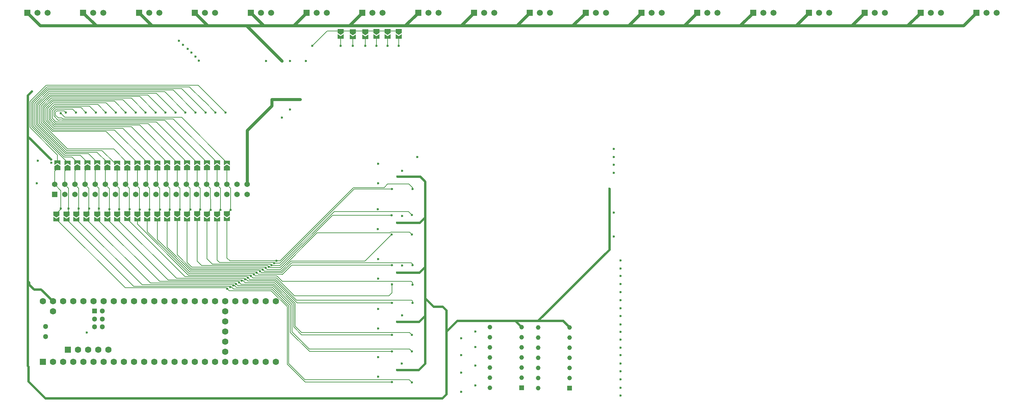
<source format=gbr>
%TF.GenerationSoftware,KiCad,Pcbnew,8.0.3-1.fc40*%
%TF.CreationDate,2024-06-20T20:23:53-04:00*%
%TF.ProjectId,sampler_split_sensor,73616d70-6c65-4725-9f73-706c69745f73,rev?*%
%TF.SameCoordinates,Original*%
%TF.FileFunction,Copper,L4,Bot*%
%TF.FilePolarity,Positive*%
%FSLAX46Y46*%
G04 Gerber Fmt 4.6, Leading zero omitted, Abs format (unit mm)*
G04 Created by KiCad (PCBNEW 8.0.3-1.fc40) date 2024-06-20 20:23:53*
%MOMM*%
%LPD*%
G01*
G04 APERTURE LIST*
G04 Aperture macros list*
%AMFreePoly0*
4,1,6,1.000000,0.000000,0.500000,-0.750000,-0.500000,-0.750000,-0.500000,0.750000,0.500000,0.750000,1.000000,0.000000,1.000000,0.000000,$1*%
%AMFreePoly1*
4,1,6,0.500000,-0.750000,-0.650000,-0.750000,-0.150000,0.000000,-0.650000,0.750000,0.500000,0.750000,0.500000,-0.750000,0.500000,-0.750000,$1*%
G04 Aperture macros list end*
%TA.AperFunction,ComponentPad*%
%ADD10R,1.500000X1.500000*%
%TD*%
%TA.AperFunction,ComponentPad*%
%ADD11C,1.500000*%
%TD*%
%TA.AperFunction,ComponentPad*%
%ADD12C,1.170000*%
%TD*%
%TA.AperFunction,ComponentPad*%
%ADD13R,1.170000X1.170000*%
%TD*%
%TA.AperFunction,SMDPad,CuDef*%
%ADD14FreePoly0,270.000000*%
%TD*%
%TA.AperFunction,SMDPad,CuDef*%
%ADD15FreePoly1,270.000000*%
%TD*%
%TA.AperFunction,ComponentPad*%
%ADD16R,1.370000X1.370000*%
%TD*%
%TA.AperFunction,ComponentPad*%
%ADD17C,1.370000*%
%TD*%
%TA.AperFunction,ComponentPad*%
%ADD18R,1.600000X1.600000*%
%TD*%
%TA.AperFunction,ComponentPad*%
%ADD19C,1.600000*%
%TD*%
%TA.AperFunction,ComponentPad*%
%ADD20R,1.300000X1.300000*%
%TD*%
%TA.AperFunction,ComponentPad*%
%ADD21C,1.300000*%
%TD*%
%TA.AperFunction,SMDPad,CuDef*%
%ADD22FreePoly1,90.000000*%
%TD*%
%TA.AperFunction,SMDPad,CuDef*%
%ADD23FreePoly0,90.000000*%
%TD*%
%TA.AperFunction,ViaPad*%
%ADD24C,0.600000*%
%TD*%
%TA.AperFunction,Conductor*%
%ADD25C,0.800000*%
%TD*%
%TA.AperFunction,Conductor*%
%ADD26C,0.200000*%
%TD*%
%TA.AperFunction,Conductor*%
%ADD27C,0.600000*%
%TD*%
G04 APERTURE END LIST*
D10*
%TO.P,U4,1,VCC*%
%TO.N,Net-(BOARDSEL_CMP1-VCC)*%
X43960000Y-35860000D03*
D11*
%TO.P,U4,2,GND*%
%TO.N,GND*%
X46500000Y-35860000D03*
%TO.P,U4,3,OUT*%
%TO.N,Net-(J4-Pin_30)*%
X49040000Y-35860000D03*
%TD*%
D10*
%TO.P,U14,1,VCC*%
%TO.N,Net-(BOARDSEL_CMP1-VCC)*%
X183960000Y-35860000D03*
D11*
%TO.P,U14,2,GND*%
%TO.N,GND*%
X186500000Y-35860000D03*
%TO.P,U14,3,OUT*%
%TO.N,Net-(J4-Pin_20)*%
X189040000Y-35860000D03*
%TD*%
D10*
%TO.P,U2,1,VCC*%
%TO.N,Net-(BOARDSEL_CMP1-VCC)*%
X15960000Y-35860000D03*
D11*
%TO.P,U2,2,GND*%
%TO.N,GND*%
X18500000Y-35860000D03*
%TO.P,U2,3,OUT*%
%TO.N,Net-(J4-Pin_32)*%
X21040000Y-35860000D03*
%TD*%
D10*
%TO.P,U5,1,VCC*%
%TO.N,Net-(BOARDSEL_CMP1-VCC)*%
X57960000Y-35860000D03*
D11*
%TO.P,U5,2,GND*%
%TO.N,GND*%
X60500000Y-35860000D03*
%TO.P,U5,3,OUT*%
%TO.N,Net-(J4-Pin_29)*%
X63040000Y-35860000D03*
%TD*%
D10*
%TO.P,U3,1,VCC*%
%TO.N,Net-(BOARDSEL_CMP1-VCC)*%
X29960000Y-35860000D03*
D11*
%TO.P,U3,2,GND*%
%TO.N,GND*%
X32500000Y-35860000D03*
%TO.P,U3,3,OUT*%
%TO.N,Net-(J4-Pin_31)*%
X35040000Y-35860000D03*
%TD*%
D10*
%TO.P,U12,1,VCC*%
%TO.N,Net-(BOARDSEL_CMP1-VCC)*%
X155960000Y-35860000D03*
D11*
%TO.P,U12,2,GND*%
%TO.N,GND*%
X158500000Y-35860000D03*
%TO.P,U12,3,OUT*%
%TO.N,Net-(J4-Pin_22)*%
X161040000Y-35860000D03*
%TD*%
D10*
%TO.P,U18,1,VCC*%
%TO.N,Net-(BOARDSEL_CMP1-VCC)*%
X239960000Y-35860000D03*
D11*
%TO.P,U18,2,GND*%
%TO.N,GND*%
X242500000Y-35860000D03*
%TO.P,U18,3,OUT*%
%TO.N,Net-(J4-Pin_16)*%
X245040000Y-35860000D03*
%TD*%
D10*
%TO.P,U17,1,VCC*%
%TO.N,Net-(BOARDSEL_CMP1-VCC)*%
X225960000Y-35860000D03*
D11*
%TO.P,U17,2,GND*%
%TO.N,GND*%
X228500000Y-35860000D03*
%TO.P,U17,3,OUT*%
%TO.N,Net-(J4-Pin_17)*%
X231040000Y-35860000D03*
%TD*%
D10*
%TO.P,U6,1,VCC*%
%TO.N,Net-(BOARDSEL_CMP1-VCC)*%
X71960000Y-35860000D03*
D11*
%TO.P,U6,2,GND*%
%TO.N,GND*%
X74500000Y-35860000D03*
%TO.P,U6,3,OUT*%
%TO.N,Net-(J4-Pin_28)*%
X77040000Y-35860000D03*
%TD*%
D10*
%TO.P,U8,1,VCC*%
%TO.N,Net-(BOARDSEL_CMP1-VCC)*%
X99960000Y-35860000D03*
D11*
%TO.P,U8,2,GND*%
%TO.N,GND*%
X102500000Y-35860000D03*
%TO.P,U8,3,OUT*%
%TO.N,Net-(J4-Pin_26)*%
X105040000Y-35860000D03*
%TD*%
D10*
%TO.P,U11,1,VCC*%
%TO.N,Net-(BOARDSEL_CMP1-VCC)*%
X141960000Y-35860000D03*
D11*
%TO.P,U11,2,GND*%
%TO.N,GND*%
X144500000Y-35860000D03*
%TO.P,U11,3,OUT*%
%TO.N,Net-(J4-Pin_23)*%
X147040000Y-35860000D03*
%TD*%
D10*
%TO.P,U7,1,VCC*%
%TO.N,Net-(BOARDSEL_CMP1-VCC)*%
X85960000Y-35860000D03*
D11*
%TO.P,U7,2,GND*%
%TO.N,GND*%
X88500000Y-35860000D03*
%TO.P,U7,3,OUT*%
%TO.N,Net-(J4-Pin_27)*%
X91040000Y-35860000D03*
%TD*%
D10*
%TO.P,U10,1,VCC*%
%TO.N,Net-(BOARDSEL_CMP1-VCC)*%
X127960000Y-35860000D03*
D11*
%TO.P,U10,2,GND*%
%TO.N,GND*%
X130500000Y-35860000D03*
%TO.P,U10,3,OUT*%
%TO.N,Net-(J4-Pin_24)*%
X133040000Y-35860000D03*
%TD*%
D10*
%TO.P,U19,1,VCC*%
%TO.N,Net-(BOARDSEL_CMP1-VCC)*%
X253960000Y-35860000D03*
D11*
%TO.P,U19,2,GND*%
%TO.N,GND*%
X256500000Y-35860000D03*
%TO.P,U19,3,OUT*%
%TO.N,Net-(J4-Pin_15)*%
X259040000Y-35860000D03*
%TD*%
D10*
%TO.P,U9,1,VCC*%
%TO.N,Net-(BOARDSEL_CMP1-VCC)*%
X113960000Y-35860000D03*
D11*
%TO.P,U9,2,GND*%
%TO.N,GND*%
X116500000Y-35860000D03*
%TO.P,U9,3,OUT*%
%TO.N,Net-(J4-Pin_25)*%
X119040000Y-35860000D03*
%TD*%
D10*
%TO.P,U15,1,VCC*%
%TO.N,Net-(BOARDSEL_CMP1-VCC)*%
X197960000Y-35860000D03*
D11*
%TO.P,U15,2,GND*%
%TO.N,GND*%
X200500000Y-35860000D03*
%TO.P,U15,3,OUT*%
%TO.N,Net-(J4-Pin_19)*%
X203040000Y-35860000D03*
%TD*%
D10*
%TO.P,U13,1,VCC*%
%TO.N,Net-(BOARDSEL_CMP1-VCC)*%
X169960000Y-35860000D03*
D11*
%TO.P,U13,2,GND*%
%TO.N,GND*%
X172500000Y-35860000D03*
%TO.P,U13,3,OUT*%
%TO.N,Net-(J4-Pin_21)*%
X175040000Y-35860000D03*
%TD*%
D10*
%TO.P,U16,1,VCC*%
%TO.N,Net-(BOARDSEL_CMP1-VCC)*%
X211960000Y-35860000D03*
D11*
%TO.P,U16,2,GND*%
%TO.N,GND*%
X214500000Y-35860000D03*
%TO.P,U16,3,OUT*%
%TO.N,Net-(J4-Pin_18)*%
X217040000Y-35860000D03*
%TD*%
D12*
%TO.P,BOARDSEL_ENABLE1,14,VCC*%
%TO.N,Net-(BOARDSEL_CMP1-VCC)*%
X131955686Y-130120000D03*
%TO.P,BOARDSEL_ENABLE1,13,2D*%
%TO.N,unconnected-(BOARDSEL_ENABLE1-2D-Pad13)*%
X131955686Y-127580000D03*
%TO.P,BOARDSEL_ENABLE1,12,2C*%
%TO.N,unconnected-(BOARDSEL_ENABLE1-2C-Pad12)*%
X131955686Y-125040000D03*
%TO.P,BOARDSEL_ENABLE1,11*%
%TO.N,N/C*%
X131955686Y-122500000D03*
%TO.P,BOARDSEL_ENABLE1,10,2B*%
%TO.N,unconnected-(BOARDSEL_ENABLE1-2B-Pad10)*%
X131955686Y-119960000D03*
%TO.P,BOARDSEL_ENABLE1,9,2A*%
%TO.N,unconnected-(BOARDSEL_ENABLE1-2A-Pad9)*%
X131955686Y-117420000D03*
%TO.P,BOARDSEL_ENABLE1,8,2Y*%
%TO.N,unconnected-(BOARDSEL_ENABLE1-2Y-Pad8)*%
X131955686Y-114880000D03*
%TO.P,BOARDSEL_ENABLE1,7,GND*%
%TO.N,GND*%
X139895686Y-114880000D03*
%TO.P,BOARDSEL_ENABLE1,6,1Y*%
%TO.N,Net-(BOARDSEL_ENABLE1-1Y)*%
X139895686Y-117420000D03*
%TO.P,BOARDSEL_ENABLE1,5,1D*%
%TO.N,Net-(BOARDSEL_CMP1-4Y)*%
X139895686Y-119960000D03*
%TO.P,BOARDSEL_ENABLE1,4,1C*%
%TO.N,Net-(BOARDSEL_CMP1-3Y)*%
X139895686Y-122500000D03*
%TO.P,BOARDSEL_ENABLE1,3*%
%TO.N,N/C*%
X139895686Y-125040000D03*
%TO.P,BOARDSEL_ENABLE1,2,1B*%
%TO.N,Net-(BOARDSEL_CMP1-2Y)*%
X139895686Y-127580000D03*
D13*
%TO.P,BOARDSEL_ENABLE1,1,1A*%
%TO.N,Net-(BOARDSEL_CMP1-1Y)*%
X139895686Y-130120000D03*
%TD*%
D14*
%TO.P,JP5,1,A*%
%TO.N,GND*%
X94500000Y-40475001D03*
D15*
%TO.P,JP5,2,B*%
%TO.N,Net-(J4-Pin_20)*%
X94500000Y-41924999D03*
%TD*%
D14*
%TO.P,JP6,1,A*%
%TO.N,GND*%
X97600000Y-40500000D03*
D15*
%TO.P,JP6,2,B*%
%TO.N,Net-(J4-Pin_19)*%
X97600000Y-41949998D03*
%TD*%
D16*
%TO.P,J1,01,01*%
%TO.N,Net-(BOARDSEL_CMP1-1A)*%
X22775686Y-81540000D03*
D17*
%TO.P,J1,02,02*%
%TO.N,Net-(JP8-A)*%
X22775686Y-79000000D03*
%TO.P,J1,03,03*%
%TO.N,Net-(BOARDSEL_CMP1-2A)*%
X25315686Y-81540000D03*
%TO.P,J1,04,04*%
%TO.N,Net-(JP9-A)*%
X25315686Y-79000000D03*
%TO.P,J1,05,05*%
%TO.N,Net-(BOARDSEL_CMP1-3A)*%
X27855686Y-81540000D03*
%TO.P,J1,06,06*%
%TO.N,Net-(JP10-A)*%
X27855686Y-79000000D03*
%TO.P,J1,07,07*%
%TO.N,Net-(BOARDSEL_CMP1-4A)*%
X30395686Y-81540000D03*
%TO.P,J1,08,08*%
%TO.N,Net-(JP11-A)*%
X30395686Y-79000000D03*
%TO.P,J1,09,09*%
%TO.N,unconnected-(J1-Pad09)*%
X32935686Y-81540000D03*
%TO.P,J1,10,10*%
%TO.N,Net-(JP12-A)*%
X32935686Y-79000000D03*
%TO.P,J1,11,11*%
%TO.N,unconnected-(J1-Pad11)*%
X35475686Y-81540000D03*
%TO.P,J1,12,12*%
%TO.N,Net-(JP13-A)*%
X35475686Y-79000000D03*
%TO.P,J1,13,13*%
%TO.N,unconnected-(J1-Pad13)*%
X38015686Y-81540000D03*
%TO.P,J1,14,14*%
%TO.N,Net-(JP14-A)*%
X38015686Y-79000000D03*
%TO.P,J1,15,15*%
%TO.N,unconnected-(J1-Pad15)*%
X40555686Y-81540000D03*
%TO.P,J1,16,16*%
%TO.N,Net-(JP15-A)*%
X40555686Y-79000000D03*
%TO.P,J1,17,17*%
%TO.N,Net-(J2-Pin_9)*%
X43095686Y-81540000D03*
%TO.P,J1,18,18*%
%TO.N,Net-(JP16-A)*%
X43095686Y-79000000D03*
%TO.P,J1,19,19*%
%TO.N,unconnected-(J1-Pad19)*%
X45635686Y-81540000D03*
%TO.P,J1,20,20*%
%TO.N,Net-(JP17-A)*%
X45635686Y-79000000D03*
%TO.P,J1,21,21*%
%TO.N,unconnected-(J1-Pad21)*%
X48175686Y-81540000D03*
%TO.P,J1,22,22*%
%TO.N,Net-(JP18-A)*%
X48175686Y-79000000D03*
%TO.P,J1,23,23*%
%TO.N,unconnected-(J1-Pad23)*%
X50715686Y-81540000D03*
%TO.P,J1,24,24*%
%TO.N,Net-(JP19-A)*%
X50715686Y-79000000D03*
%TO.P,J1,25,25*%
%TO.N,unconnected-(J1-Pad25)*%
X53255686Y-81540000D03*
%TO.P,J1,26,26*%
%TO.N,Net-(JP20-A)*%
X53255686Y-79000000D03*
%TO.P,J1,27,27*%
%TO.N,unconnected-(J1-Pad27)*%
X55795686Y-81540000D03*
%TO.P,J1,28,28*%
%TO.N,Net-(JP21-A)*%
X55795686Y-79000000D03*
%TO.P,J1,29,29*%
%TO.N,Net-(BOARDSEL_CMP1-VCC)*%
X58335686Y-81540000D03*
%TO.P,J1,30,30*%
%TO.N,Net-(JP22-A)*%
X58335686Y-79000000D03*
%TO.P,J1,31,31*%
%TO.N,unconnected-(J1-Pad31)*%
X60875686Y-81540000D03*
%TO.P,J1,32,32*%
%TO.N,Net-(JP45-A)*%
X60875686Y-79000000D03*
%TO.P,J1,33,33*%
%TO.N,unconnected-(J1-Pad33)*%
X63415686Y-81540000D03*
%TO.P,J1,34,34*%
%TO.N,Net-(JP46-A)*%
X63415686Y-79000000D03*
%TO.P,J1,35,35*%
%TO.N,unconnected-(J1-Pad35)*%
X65955686Y-81540000D03*
%TO.P,J1,36,36*%
%TO.N,Net-(JP47-A)*%
X65955686Y-79000000D03*
%TO.P,J1,37,37*%
%TO.N,unconnected-(J1-Pad37)*%
X68495686Y-81540000D03*
%TO.P,J1,38,38*%
%TO.N,unconnected-(J1-Pad38)*%
X68495686Y-79000000D03*
%TO.P,J1,39,39*%
%TO.N,unconnected-(J1-Pad39)*%
X71035686Y-81540000D03*
%TO.P,J1,40,40*%
%TO.N,GND*%
X71035686Y-79000000D03*
%TD*%
D18*
%TO.P,U1,1,GND*%
%TO.N,unconnected-(U1-GND-Pad1)*%
X19805686Y-123620000D03*
D19*
%TO.P,U1,2,0_RX1_CRX2_CS1*%
%TO.N,Net-(BOARDSEL_CMP1-1A)*%
X22345686Y-123620000D03*
%TO.P,U1,3,1_TX1_CTX2_MISO1*%
%TO.N,Net-(BOARDSEL_CMP1-2A)*%
X24885686Y-123620000D03*
%TO.P,U1,4,2_OUT2*%
%TO.N,Net-(BOARDSEL_CMP1-3A)*%
X27425686Y-123620000D03*
%TO.P,U1,5,3_LRCLK2*%
%TO.N,Net-(BOARDSEL_CMP1-4A)*%
X29965686Y-123620000D03*
%TO.P,U1,6,4_BCLK2*%
%TO.N,unconnected-(U1-4_BCLK2-Pad6)*%
X32505686Y-123620000D03*
%TO.P,U1,7,5_IN2*%
%TO.N,unconnected-(U1-5_IN2-Pad7)*%
X35045686Y-123620000D03*
%TO.P,U1,8,6_OUT1D*%
%TO.N,unconnected-(U1-6_OUT1D-Pad8)*%
X37585686Y-123620000D03*
%TO.P,U1,9,7_RX2_OUT1A*%
%TO.N,unconnected-(U1-7_RX2_OUT1A-Pad9)*%
X40125686Y-123620000D03*
%TO.P,U1,10,8_TX2_IN1*%
%TO.N,unconnected-(U1-8_TX2_IN1-Pad10)*%
X42665686Y-123620000D03*
%TO.P,U1,11,9_OUT1C*%
%TO.N,unconnected-(U1-9_OUT1C-Pad11)*%
X45205686Y-123620000D03*
%TO.P,U1,12,10_CS_MQSR*%
%TO.N,unconnected-(U1-10_CS_MQSR-Pad12)*%
X47745686Y-123620000D03*
%TO.P,U1,13,11_MOSI_CTX1*%
%TO.N,unconnected-(U1-11_MOSI_CTX1-Pad13)*%
X50285686Y-123620000D03*
%TO.P,U1,14,12_MISO_MQSL*%
%TO.N,unconnected-(U1-12_MISO_MQSL-Pad14)*%
X52825686Y-123620000D03*
%TO.P,U1,15,3V3*%
%TO.N,unconnected-(U1-3V3-Pad15)*%
X55365686Y-123620000D03*
%TO.P,U1,16,24_A10_TX6_SCL2*%
%TO.N,Net-(JP8-A)*%
X57905686Y-123620000D03*
%TO.P,U1,17,25_A11_RX6_SDA2*%
%TO.N,Net-(JP9-A)*%
X60445686Y-123620000D03*
%TO.P,U1,18,26_A12_MOSI1*%
%TO.N,Net-(JP10-A)*%
X62985686Y-123620000D03*
%TO.P,U1,19,27_A13_SCK1*%
%TO.N,Net-(JP11-A)*%
X65525686Y-123620000D03*
%TO.P,U1,20,28_RX7*%
%TO.N,unconnected-(U1-28_RX7-Pad20)*%
X68065686Y-123620000D03*
%TO.P,U1,21,29_TX7*%
%TO.N,unconnected-(U1-29_TX7-Pad21)*%
X70605686Y-123620000D03*
%TO.P,U1,22,30_CRX3*%
%TO.N,unconnected-(U1-30_CRX3-Pad22)*%
X73145686Y-123620000D03*
%TO.P,U1,23,31_CTX3*%
%TO.N,unconnected-(U1-31_CTX3-Pad23)*%
X75685686Y-123620000D03*
%TO.P,U1,24,32_OUT1B*%
%TO.N,unconnected-(U1-32_OUT1B-Pad24)*%
X78225686Y-123620000D03*
%TO.P,U1,25,33_MCLK2*%
%TO.N,unconnected-(U1-33_MCLK2-Pad25)*%
X78225686Y-108380000D03*
%TO.P,U1,26,34_RX8*%
%TO.N,unconnected-(U1-34_RX8-Pad26)*%
X75685686Y-108380000D03*
%TO.P,U1,27,35_TX8*%
%TO.N,unconnected-(U1-35_TX8-Pad27)*%
X73145686Y-108380000D03*
%TO.P,U1,28,36_CS*%
%TO.N,unconnected-(U1-36_CS-Pad28)*%
X70605686Y-108380000D03*
%TO.P,U1,29,37_CS*%
%TO.N,unconnected-(U1-37_CS-Pad29)*%
X68065686Y-108380000D03*
%TO.P,U1,30,38_CS1_IN1*%
%TO.N,Net-(JP15-A)*%
X65525686Y-108380000D03*
%TO.P,U1,31,39_MISO1_OUT1A*%
%TO.N,Net-(JP14-A)*%
X62985686Y-108380000D03*
%TO.P,U1,32,40_A16*%
%TO.N,Net-(JP13-A)*%
X60445686Y-108380000D03*
%TO.P,U1,33,41_A17*%
%TO.N,Net-(JP12-A)*%
X57905686Y-108380000D03*
%TO.P,U1,34,GND*%
%TO.N,unconnected-(U1-GND-Pad34)*%
X55365686Y-108380000D03*
%TO.P,U1,35,13_SCK_LED*%
%TO.N,unconnected-(U1-13_SCK_LED-Pad35)*%
X52825686Y-108380000D03*
%TO.P,U1,36,14_A0_TX3_SPDIF_OUT*%
%TO.N,Net-(JP47-A)*%
X50285686Y-108380000D03*
%TO.P,U1,37,15_A1_RX3_SPDIF_IN*%
%TO.N,Net-(JP46-A)*%
X47745686Y-108380000D03*
%TO.P,U1,38,16_A2_RX4_SCL1*%
%TO.N,Net-(JP45-A)*%
X45205686Y-108380000D03*
%TO.P,U1,39,17_A3_TX4_SDA1*%
%TO.N,Net-(JP22-A)*%
X42665686Y-108380000D03*
%TO.P,U1,40,18_A4_SDA*%
%TO.N,Net-(JP21-A)*%
X40125686Y-108380000D03*
%TO.P,U1,41,19_A5_SCL*%
%TO.N,Net-(JP20-A)*%
X37585686Y-108380000D03*
%TO.P,U1,42,20_A6_TX5_LRCLK1*%
%TO.N,Net-(JP19-A)*%
X35045686Y-108380000D03*
%TO.P,U1,43,21_A7_RX5_BCLK1*%
%TO.N,Net-(JP18-A)*%
X32505686Y-108380000D03*
%TO.P,U1,44,22_A8_CTX1*%
%TO.N,Net-(JP17-A)*%
X29965686Y-108380000D03*
%TO.P,U1,45,23_A9_CRX1_MCLK1*%
%TO.N,Net-(JP16-A)*%
X27425686Y-108380000D03*
%TO.P,U1,46,3V3*%
%TO.N,Net-(BOARDSEL_CMP1-VCC)*%
X24885686Y-108380000D03*
%TO.P,U1,47,GND*%
%TO.N,GND*%
X22345686Y-108380000D03*
%TO.P,U1,48,VIN*%
%TO.N,Net-(JP23-B)*%
X19805686Y-108380000D03*
%TO.P,U1,49,VUSB*%
%TO.N,unconnected-(U1-VUSB-Pad49)*%
X22345686Y-110920000D03*
%TO.P,U1,50,VBAT*%
%TO.N,unconnected-(U1-VBAT-Pad50)*%
X65525686Y-121080000D03*
%TO.P,U1,51,3V3*%
%TO.N,unconnected-(U1-3V3-Pad51)*%
X65525686Y-118540000D03*
%TO.P,U1,52,GND*%
%TO.N,unconnected-(U1-GND-Pad52)*%
X65525686Y-116000000D03*
%TO.P,U1,53,PROGRAM*%
%TO.N,unconnected-(U1-PROGRAM-Pad53)*%
X65525686Y-113460000D03*
%TO.P,U1,54,ON_OFF*%
%TO.N,unconnected-(U1-ON_OFF-Pad54)*%
X65525686Y-110920000D03*
D18*
%TO.P,U1,55,5V*%
%TO.N,unconnected-(U1-5V-Pad55)*%
X26104886Y-120569200D03*
D19*
%TO.P,U1,56,D-*%
%TO.N,unconnected-(U1-D--Pad56)*%
X28644886Y-120569200D03*
%TO.P,U1,57,D+*%
%TO.N,unconnected-(U1-D+-Pad57)*%
X31184886Y-120569200D03*
%TO.P,U1,58,GND*%
%TO.N,unconnected-(U1-GND-Pad58)*%
X33724886Y-120569200D03*
%TO.P,U1,59,GND*%
%TO.N,unconnected-(U1-GND-Pad59)*%
X36264886Y-120569200D03*
D20*
%TO.P,U1,60,R+*%
%TO.N,unconnected-(U1-R+-Pad60)*%
X32775686Y-110818400D03*
D21*
%TO.P,U1,61,LED*%
%TO.N,unconnected-(U1-LED-Pad61)*%
X32775686Y-112818400D03*
%TO.P,U1,62,T-*%
%TO.N,unconnected-(U1-T--Pad62)*%
X32775686Y-114818400D03*
%TO.P,U1,63,T+*%
%TO.N,unconnected-(U1-T+-Pad63)*%
X34775686Y-114818400D03*
%TO.P,U1,64,GND*%
%TO.N,unconnected-(U1-GND-Pad64)*%
X34775686Y-112818400D03*
%TO.P,U1,65,R-*%
%TO.N,unconnected-(U1-R--Pad65)*%
X34775686Y-110818400D03*
%TO.P,U1,66,D-*%
%TO.N,unconnected-(U1-D--Pad66)*%
X20535686Y-114730000D03*
%TO.P,U1,67,D+*%
%TO.N,unconnected-(U1-D+-Pad67)*%
X20535686Y-117270000D03*
%TD*%
D13*
%TO.P,BOARDSEL_CMP1,1,1A*%
%TO.N,Net-(BOARDSEL_CMP1-1A)*%
X151955686Y-130160000D03*
D12*
%TO.P,BOARDSEL_CMP1,2,1B*%
%TO.N,Net-(BOARDSEL_CMP1-1B)*%
X151955686Y-127620000D03*
%TO.P,BOARDSEL_CMP1,3,1Y*%
%TO.N,Net-(BOARDSEL_CMP1-1Y)*%
X151955686Y-125080000D03*
%TO.P,BOARDSEL_CMP1,4,2Y*%
%TO.N,Net-(BOARDSEL_CMP1-2Y)*%
X151955686Y-122540000D03*
%TO.P,BOARDSEL_CMP1,5,2A*%
%TO.N,Net-(BOARDSEL_CMP1-2A)*%
X151955686Y-120000000D03*
%TO.P,BOARDSEL_CMP1,6,2B*%
%TO.N,Net-(BOARDSEL_CMP1-2B)*%
X151955686Y-117460000D03*
%TO.P,BOARDSEL_CMP1,7,GND*%
%TO.N,GND*%
X151955686Y-114920000D03*
%TO.P,BOARDSEL_CMP1,8,3A*%
%TO.N,Net-(BOARDSEL_CMP1-3A)*%
X144015686Y-114920000D03*
%TO.P,BOARDSEL_CMP1,9,3B*%
%TO.N,Net-(BOARDSEL_CMP1-3B)*%
X144015686Y-117460000D03*
%TO.P,BOARDSEL_CMP1,10,3Y*%
%TO.N,Net-(BOARDSEL_CMP1-3Y)*%
X144015686Y-120000000D03*
%TO.P,BOARDSEL_CMP1,11,4Y*%
%TO.N,Net-(BOARDSEL_CMP1-4Y)*%
X144015686Y-122540000D03*
%TO.P,BOARDSEL_CMP1,12,4A*%
%TO.N,Net-(BOARDSEL_CMP1-4A)*%
X144015686Y-125080000D03*
%TO.P,BOARDSEL_CMP1,13,4B*%
%TO.N,Net-(BOARDSEL_CMP1-4B)*%
X144015686Y-127620000D03*
%TO.P,BOARDSEL_CMP1,14,VCC*%
%TO.N,Net-(BOARDSEL_CMP1-VCC)*%
X144015686Y-130160000D03*
%TD*%
D14*
%TO.P,JP26,1,A*%
%TO.N,GND*%
X109100000Y-40475001D03*
D15*
%TO.P,JP26,2,B*%
%TO.N,Net-(J4-Pin_15)*%
X109100000Y-41924999D03*
%TD*%
D14*
%TO.P,JPE01,1,A*%
%TO.N,Net-(JP8-A)*%
X23265686Y-86300000D03*
D15*
%TO.P,JPE01,2,B*%
%TO.N,Net-(DG452_0-S_1)*%
X23265686Y-87750000D03*
%TD*%
D14*
%TO.P,JPE15,1,A*%
%TO.N,Net-(JP22-A)*%
X58515686Y-86275000D03*
D15*
%TO.P,JPE15,2,B*%
%TO.N,Net-(DG452_3-S_2)*%
X58515686Y-87725000D03*
%TD*%
D14*
%TO.P,JPE13,1,A*%
%TO.N,Net-(JP20-A)*%
X53515686Y-86275000D03*
D15*
%TO.P,JPE13,2,B*%
%TO.N,Net-(DG452_3-S_1)*%
X53515686Y-87725000D03*
%TD*%
D22*
%TO.P,JP20,2,B*%
%TO.N,Net-(J4-Pin_27)*%
X53515686Y-73525000D03*
D23*
%TO.P,JP20,1,A*%
%TO.N,Net-(JP20-A)*%
X53515686Y-74975000D03*
%TD*%
D14*
%TO.P,JPE04,1,A*%
%TO.N,Net-(JP11-A)*%
X30765686Y-86300000D03*
D15*
%TO.P,JPE04,2,B*%
%TO.N,Net-(DG452_0-D_3)*%
X30765686Y-87750000D03*
%TD*%
D22*
%TO.P,JP46,2,B*%
%TO.N,Net-(J4-Pin_31)*%
X63515686Y-73500000D03*
D23*
%TO.P,JP46,1,A*%
%TO.N,Net-(JP46-A)*%
X63515686Y-74950000D03*
%TD*%
D14*
%TO.P,JPE18,1,A*%
%TO.N,Net-(JP47-A)*%
X66015686Y-86275000D03*
D15*
%TO.P,JPE18,2,B*%
%TO.N,Net-(DG45_4-D_4)*%
X66015686Y-87725000D03*
%TD*%
D22*
%TO.P,JP16,2,B*%
%TO.N,Net-(J4-Pin_23)*%
X43515686Y-73525000D03*
D23*
%TO.P,JP16,1,A*%
%TO.N,Net-(JP16-A)*%
X43515686Y-74975000D03*
%TD*%
D22*
%TO.P,JP47,2,B*%
%TO.N,Net-(J4-Pin_32)*%
X66015686Y-73525000D03*
D23*
%TO.P,JP47,1,A*%
%TO.N,Net-(JP47-A)*%
X66015686Y-74975000D03*
%TD*%
D22*
%TO.P,JP13,2,B*%
%TO.N,Net-(J4-Pin_20)*%
X36015686Y-73500000D03*
D23*
%TO.P,JP13,1,A*%
%TO.N,Net-(JP13-A)*%
X36015686Y-74950000D03*
%TD*%
D14*
%TO.P,JPE06,1,A*%
%TO.N,Net-(JP13-A)*%
X36015686Y-86300000D03*
D15*
%TO.P,JPE06,2,B*%
%TO.N,Net-(DG452_1-D_4)*%
X36015686Y-87750000D03*
%TD*%
D22*
%TO.P,JP15,2,B*%
%TO.N,Net-(J4-Pin_22)*%
X41015686Y-73525000D03*
D23*
%TO.P,JP15,1,A*%
%TO.N,Net-(JP15-A)*%
X41015686Y-74975000D03*
%TD*%
D14*
%TO.P,JPE08,1,A*%
%TO.N,Net-(JP15-A)*%
X41015686Y-86275000D03*
D15*
%TO.P,JPE08,2,B*%
%TO.N,Net-(DG452_1-D_3)*%
X41015686Y-87725000D03*
%TD*%
D14*
%TO.P,JPE12,1,A*%
%TO.N,Net-(JP19-A)*%
X51015686Y-86300000D03*
D15*
%TO.P,JPE12,2,B*%
%TO.N,Net-(DG452_2-D_3)*%
X51015686Y-87750000D03*
%TD*%
D22*
%TO.P,JP45,2,B*%
%TO.N,Net-(J4-Pin_30)*%
X61015686Y-73500000D03*
D23*
%TO.P,JP45,1,A*%
%TO.N,Net-(JP45-A)*%
X61015686Y-74950000D03*
%TD*%
D22*
%TO.P,JP17,2,B*%
%TO.N,Net-(J4-Pin_24)*%
X46015686Y-73500000D03*
D23*
%TO.P,JP17,1,A*%
%TO.N,Net-(JP17-A)*%
X46015686Y-74950000D03*
%TD*%
D14*
%TO.P,JPE14,1,A*%
%TO.N,Net-(JP21-A)*%
X56015686Y-86300000D03*
D15*
%TO.P,JPE14,2,B*%
%TO.N,Net-(DG452_3-D_4)*%
X56015686Y-87750000D03*
%TD*%
D14*
%TO.P,JPE16,1,A*%
%TO.N,Net-(JP45-A)*%
X61015686Y-86300000D03*
D15*
%TO.P,JPE16,2,B*%
%TO.N,Net-(DG452_3-D_3)*%
X61015686Y-87750000D03*
%TD*%
D22*
%TO.P,JP21,2,B*%
%TO.N,Net-(J4-Pin_28)*%
X56015686Y-73500000D03*
D23*
%TO.P,JP21,1,A*%
%TO.N,Net-(JP21-A)*%
X56015686Y-74950000D03*
%TD*%
D14*
%TO.P,JPE03,1,A*%
%TO.N,Net-(JP10-A)*%
X28265686Y-86300000D03*
D15*
%TO.P,JPE03,2,B*%
%TO.N,Net-(DG452_0-S_2)*%
X28265686Y-87750000D03*
%TD*%
D14*
%TO.P,JPE02,1,A*%
%TO.N,Net-(JP9-A)*%
X25765686Y-86300000D03*
D15*
%TO.P,JPE02,2,B*%
%TO.N,Net-(DG452_0-D_4)*%
X25765686Y-87750000D03*
%TD*%
D22*
%TO.P,JP19,2,B*%
%TO.N,Net-(J4-Pin_26)*%
X51015686Y-73500000D03*
D23*
%TO.P,JP19,1,A*%
%TO.N,Net-(JP19-A)*%
X51015686Y-74950000D03*
%TD*%
D14*
%TO.P,JPE09,1,A*%
%TO.N,Net-(JP16-A)*%
X43515686Y-86300000D03*
D15*
%TO.P,JPE09,2,B*%
%TO.N,Net-(DG452_2-S_1)*%
X43515686Y-87750000D03*
%TD*%
D14*
%TO.P,JPE07,1,A*%
%TO.N,Net-(JP14-A)*%
X38515686Y-86300000D03*
D15*
%TO.P,JPE07,2,B*%
%TO.N,Net-(DG452_1-S_2)*%
X38515686Y-87750000D03*
%TD*%
D22*
%TO.P,JP14,2,B*%
%TO.N,Net-(J4-Pin_21)*%
X38515686Y-73525000D03*
D23*
%TO.P,JP14,1,A*%
%TO.N,Net-(JP14-A)*%
X38515686Y-74975000D03*
%TD*%
D22*
%TO.P,JP11,2,B*%
%TO.N,Net-(J4-Pin_18)*%
X31015686Y-73500000D03*
D23*
%TO.P,JP11,1,A*%
%TO.N,Net-(JP11-A)*%
X31015686Y-74950000D03*
%TD*%
D14*
%TO.P,JPE05,1,A*%
%TO.N,Net-(JP12-A)*%
X33515686Y-86300000D03*
D15*
%TO.P,JPE05,2,B*%
%TO.N,Net-(DG452_1-S_1)*%
X33515686Y-87750000D03*
%TD*%
D14*
%TO.P,JPE11,1,A*%
%TO.N,Net-(JP18-A)*%
X48515686Y-86300000D03*
D15*
%TO.P,JPE11,2,B*%
%TO.N,Net-(DG452_2-S_2)*%
X48515686Y-87750000D03*
%TD*%
D22*
%TO.P,JP9,2,B*%
%TO.N,Net-(J4-Pin_16)*%
X26015686Y-73525000D03*
D23*
%TO.P,JP9,1,A*%
%TO.N,Net-(JP9-A)*%
X26015686Y-74975000D03*
%TD*%
D22*
%TO.P,JP22,2,B*%
%TO.N,Net-(J4-Pin_29)*%
X58515686Y-73525000D03*
D23*
%TO.P,JP22,1,A*%
%TO.N,Net-(JP22-A)*%
X58515686Y-74975000D03*
%TD*%
D14*
%TO.P,JPE10,1,A*%
%TO.N,Net-(JP17-A)*%
X46015686Y-86300000D03*
D15*
%TO.P,JPE10,2,B*%
%TO.N,Net-(DG452_2-D_4)*%
X46015686Y-87750000D03*
%TD*%
D22*
%TO.P,JP18,2,B*%
%TO.N,Net-(J4-Pin_25)*%
X48515686Y-73525000D03*
D23*
%TO.P,JP18,1,A*%
%TO.N,Net-(JP18-A)*%
X48515686Y-74975000D03*
%TD*%
D22*
%TO.P,JP8,2,B*%
%TO.N,Net-(J4-Pin_15)*%
X23515686Y-73500000D03*
D23*
%TO.P,JP8,1,A*%
%TO.N,Net-(JP8-A)*%
X23515686Y-74950000D03*
%TD*%
D22*
%TO.P,JP10,2,B*%
%TO.N,Net-(J4-Pin_17)*%
X28515686Y-73500000D03*
D23*
%TO.P,JP10,1,A*%
%TO.N,Net-(JP10-A)*%
X28515686Y-74950000D03*
%TD*%
D22*
%TO.P,JP12,2,B*%
%TO.N,Net-(J4-Pin_19)*%
X33515686Y-73500000D03*
D23*
%TO.P,JP12,1,A*%
%TO.N,Net-(JP12-A)*%
X33515686Y-74950000D03*
%TD*%
D14*
%TO.P,JPE17,1,A*%
%TO.N,Net-(JP46-A)*%
X63515686Y-86300000D03*
D15*
%TO.P,JPE17,2,B*%
%TO.N,Net-(DG45_4-S_1)*%
X63515686Y-87750000D03*
%TD*%
D14*
%TO.P,JP7,1,A*%
%TO.N,GND*%
X100699998Y-40525000D03*
D15*
%TO.P,JP7,2,B*%
%TO.N,Net-(J4-Pin_18)*%
X100699998Y-41974998D03*
%TD*%
D14*
%TO.P,JP25,1,A*%
%TO.N,GND*%
X106300000Y-40425000D03*
D15*
%TO.P,JP25,2,B*%
%TO.N,Net-(J4-Pin_16)*%
X106300000Y-41874998D03*
%TD*%
D14*
%TO.P,JP24,1,A*%
%TO.N,GND*%
X103500000Y-40425000D03*
D15*
%TO.P,JP24,2,B*%
%TO.N,Net-(J4-Pin_17)*%
X103500000Y-41874998D03*
%TD*%
D24*
%TO.N,GND*%
X87400000Y-44200000D03*
%TO.N,Net-(J4-Pin_20)*%
X54000000Y-42900000D03*
%TO.N,Net-(J4-Pin_19)*%
X55000000Y-43900000D03*
%TO.N,Net-(J4-Pin_18)*%
X56200000Y-44900000D03*
%TO.N,Net-(J4-Pin_17)*%
X57100000Y-45900000D03*
%TO.N,Net-(J4-Pin_16)*%
X58100000Y-46900000D03*
%TO.N,Net-(J4-Pin_15)*%
X58978499Y-47878499D03*
X109100000Y-44200000D03*
%TO.N,Net-(J4-Pin_16)*%
X106300000Y-44200000D03*
%TO.N,Net-(J4-Pin_17)*%
X103500000Y-44200000D03*
%TO.N,Net-(J4-Pin_18)*%
X100700000Y-44200000D03*
%TO.N,Net-(J4-Pin_19)*%
X97600000Y-44200000D03*
%TO.N,Net-(J4-Pin_20)*%
X94500000Y-44200000D03*
%TO.N,GND*%
X85800000Y-48000000D03*
%TO.N,Net-(BOARDSEL_CMP1-VCC)*%
X81800000Y-48000000D03*
X79800000Y-48000000D03*
%TO.N,GND*%
X75800000Y-48000000D03*
%TO.N,Net-(BOARDSEL_CMP1-VCC)*%
X81800000Y-60200000D03*
X79800000Y-62200000D03*
%TO.N,GND*%
X84343001Y-57600000D03*
X77257001Y-57600000D03*
%TO.N,Net-(BOARDSEL_CMP1-3B)*%
X124715686Y-121900000D03*
%TO.N,Net-(BOARDSEL_CMP1-4A)*%
X163015686Y-70100000D03*
%TO.N,Net-(BOARDSEL_CMP1-2A)*%
X163015686Y-74100000D03*
%TO.N,Net-(BOARDSEL_CMP1-4B)*%
X124715686Y-117700000D03*
%TO.N,Net-(BOARDSEL_CMP1-1A)*%
X163015686Y-76100000D03*
%TO.N,Net-(BOARDSEL_CMP1-1B)*%
X124715686Y-131100000D03*
%TO.N,Net-(BOARDSEL_CMP1-2B)*%
X124715686Y-126300000D03*
%TO.N,GND*%
X19295538Y-70128382D03*
X108635686Y-101150000D03*
X108635686Y-88650000D03*
X108635686Y-125650000D03*
X161915686Y-80100000D03*
X108735686Y-77050000D03*
X121015686Y-124500000D03*
X108635686Y-113550000D03*
X121015686Y-116000000D03*
X121015686Y-129500000D03*
X121015686Y-120000000D03*
X21908921Y-72741765D03*
%TO.N,Net-(BOARDSEL_CMP1-VCC)*%
X21936596Y-73541288D03*
X109835686Y-124050000D03*
X163015686Y-92100000D03*
X128315686Y-116000000D03*
X109935686Y-75550000D03*
X128315686Y-119900000D03*
X128315686Y-129500000D03*
X109935686Y-86950000D03*
X128315686Y-124500000D03*
X109935686Y-111950000D03*
X18335686Y-78715000D03*
X109935686Y-99350000D03*
%TO.N,Net-(BOARDSEL_CMP1-3A)*%
X163015686Y-72100000D03*
%TO.N,Net-(BOARDSEL_ENABLE1-1Y)*%
X103915686Y-73800000D03*
X103915686Y-122400000D03*
X113715686Y-72100000D03*
X103815686Y-90200000D03*
X103915686Y-115200000D03*
X103915686Y-97800000D03*
X103915686Y-110300000D03*
X103815686Y-85200000D03*
X103915686Y-102700000D03*
X103915686Y-127300000D03*
X103915686Y-78700000D03*
%TO.N,Net-(DG45_4-S_1)*%
X77815686Y-98800000D03*
X164715686Y-100100000D03*
X107415686Y-80200000D03*
%TO.N,Net-(JP46-A)*%
X64415686Y-85400000D03*
%TO.N,Net-(DG45_4-D_4)*%
X78415686Y-98200000D03*
%TO.N,Net-(JP47-A)*%
X66915686Y-85400000D03*
%TO.N,Net-(DG45_4-D_4)*%
X164715686Y-98100000D03*
X112515686Y-80200000D03*
%TO.N,Net-(DG452_0-D_3)*%
X68315686Y-104000000D03*
%TO.N,Net-(JP11-A)*%
X31415686Y-85100000D03*
%TO.N,Net-(DG452_0-D_3)*%
X112415686Y-121000000D03*
X164715686Y-126000000D03*
%TO.N,Net-(DG452_0-D_4)*%
X66820008Y-104800000D03*
X112415686Y-128800000D03*
%TO.N,Net-(JP9-A)*%
X26315686Y-85100000D03*
%TO.N,Net-(DG452_0-D_4)*%
X164715686Y-130100000D03*
%TO.N,Net-(JP8-A)*%
X24315686Y-85100000D03*
%TO.N,Net-(DG452_0-S_1)*%
X164715686Y-132100000D03*
X107415686Y-128700000D03*
X66115686Y-105200000D03*
%TO.N,Net-(JP10-A)*%
X28815686Y-85100000D03*
%TO.N,Net-(DG452_0-S_2)*%
X107415686Y-121000000D03*
X164715686Y-128000000D03*
X67615683Y-104400000D03*
%TO.N,Net-(DG452_1-D_4)*%
X69746539Y-103200000D03*
X112415686Y-116800000D03*
%TO.N,Net-(JP13-A)*%
X36515686Y-85200000D03*
%TO.N,Net-(DG452_1-D_4)*%
X164715686Y-121900000D03*
%TO.N,Net-(DG452_1-S_1)*%
X107415686Y-116800000D03*
X164715686Y-124000000D03*
%TO.N,Net-(JP12-A)*%
X33915686Y-85100000D03*
%TO.N,Net-(DG452_1-S_1)*%
X69046536Y-103600000D03*
%TO.N,Net-(DG452_1-S_2)*%
X164715686Y-120000000D03*
%TO.N,Net-(JP14-A)*%
X39015686Y-85200000D03*
%TO.N,Net-(DG452_1-S_2)*%
X70545925Y-102847000D03*
X107415686Y-108800000D03*
%TO.N,Net-(DG452_1-D_3)*%
X71209396Y-102400000D03*
X112515686Y-108800000D03*
%TO.N,Net-(JP15-A)*%
X41615686Y-85200000D03*
%TO.N,Net-(DG452_1-D_3)*%
X164715686Y-118000000D03*
%TO.N,Net-(DG452_2-D_3)*%
X112515686Y-99300000D03*
X74264542Y-100800000D03*
%TO.N,Net-(JP19-A)*%
X51715686Y-85300000D03*
%TO.N,Net-(DG452_2-D_3)*%
X164715686Y-110100000D03*
%TO.N,Net-(DG452_2-S_2)*%
X164715686Y-112100000D03*
X107415686Y-99300000D03*
X73464539Y-101200000D03*
%TO.N,Net-(JP18-A)*%
X49215686Y-85300000D03*
%TO.N,Net-(JP17-A)*%
X46615686Y-85300000D03*
%TO.N,Net-(DG452_2-D_4)*%
X72726244Y-101600000D03*
X164715686Y-114200000D03*
X112515686Y-104200000D03*
%TO.N,Net-(JP16-A)*%
X44115686Y-85300000D03*
%TO.N,Net-(DG452_2-S_1)*%
X164715686Y-116100000D03*
X71981355Y-102000000D03*
X107415686Y-104100000D03*
%TO.N,Net-(DG452_3-S_2)*%
X76485185Y-99703263D03*
%TO.N,Net-(JP22-A)*%
X59315686Y-85300000D03*
%TO.N,Net-(DG452_3-S_2)*%
X107315686Y-86800000D03*
X164715686Y-104000000D03*
%TO.N,Net-(DG452_3-D_3)*%
X112415686Y-86700000D03*
X77152964Y-99262722D03*
X164715686Y-102000000D03*
%TO.N,Net-(JP45-A)*%
X61915686Y-85400000D03*
%TO.N,Net-(DG452_3-D_4)*%
X112415686Y-91600000D03*
X164715686Y-106100000D03*
X75700337Y-100000000D03*
%TO.N,Net-(JP21-A)*%
X56815686Y-85300000D03*
%TO.N,Net-(DG452_3-S_1)*%
X107315686Y-91600000D03*
X164715686Y-108100000D03*
%TO.N,Net-(JP20-A)*%
X54215686Y-85300000D03*
%TO.N,Net-(DG452_3-S_1)*%
X74967996Y-100400000D03*
%TO.N,Net-(J4-Pin_17)*%
X60615686Y-60900000D03*
%TO.N,Net-(J4-Pin_18)*%
X58115686Y-60900000D03*
%TO.N,Net-(J4-Pin_19)*%
X55615686Y-60900000D03*
%TO.N,Net-(J4-Pin_20)*%
X53115686Y-60900000D03*
%TO.N,Net-(J4-Pin_21)*%
X50615686Y-60900000D03*
%TO.N,Net-(J4-Pin_22)*%
X48115686Y-60900000D03*
%TO.N,Net-(J4-Pin_23)*%
X45615686Y-60900000D03*
%TO.N,Net-(J4-Pin_24)*%
X43115686Y-60900000D03*
%TO.N,Net-(J4-Pin_25)*%
X40615686Y-60900000D03*
%TO.N,Net-(J4-Pin_26)*%
X38115686Y-60900000D03*
%TO.N,Net-(J4-Pin_27)*%
X35615686Y-60900000D03*
%TO.N,Net-(J4-Pin_28)*%
X33115686Y-60900000D03*
%TO.N,Net-(J4-Pin_29)*%
X30615686Y-60900000D03*
%TO.N,Net-(JP23-B)*%
X30835686Y-116215000D03*
%TO.N,Net-(J4-Pin_30)*%
X28115686Y-60900000D03*
%TO.N,Net-(J4-Pin_31)*%
X25615686Y-60900000D03*
%TO.N,Net-(J4-Pin_32)*%
X24300000Y-61100000D03*
%TO.N,Net-(J2-Pin_9)*%
X163015686Y-86100000D03*
X18535686Y-73015000D03*
%TO.N,Net-(J4-Pin_16)*%
X63115686Y-60900000D03*
%TO.N,Net-(J4-Pin_15)*%
X65615686Y-60900000D03*
%TD*%
D25*
%TO.N,Net-(BOARDSEL_CMP1-VCC)*%
X77000000Y-39100000D02*
X82720000Y-39100000D01*
X75200000Y-39100000D02*
X71960000Y-35860000D01*
X68800000Y-39100000D02*
X77000000Y-39100000D01*
X77000000Y-39100000D02*
X75200000Y-39100000D01*
D26*
%TO.N,GND*%
X94500000Y-40475001D02*
X91124999Y-40475001D01*
X91124999Y-40475001D02*
X87400000Y-44200000D01*
D25*
X77257001Y-57600000D02*
X84343001Y-57600000D01*
X77257001Y-59242999D02*
X71035686Y-65464314D01*
X77257001Y-57600000D02*
X77257001Y-59242999D01*
X71035686Y-65464314D02*
X71035686Y-79000000D01*
D26*
%TO.N,Net-(J4-Pin_15)*%
X109100000Y-44200000D02*
X109100000Y-44300000D01*
%TO.N,Net-(J4-Pin_17)*%
X103500000Y-44200000D02*
X103500000Y-44300000D01*
%TO.N,Net-(J4-Pin_19)*%
X97600000Y-41949998D02*
X97600000Y-44200000D01*
%TO.N,Net-(J4-Pin_18)*%
X100699998Y-44200002D02*
X100699998Y-44299998D01*
X100700000Y-44200000D02*
X100699998Y-44200002D01*
X100699998Y-44199998D02*
X100700000Y-44200000D01*
%TO.N,Net-(J4-Pin_20)*%
X94500000Y-41924999D02*
X94500000Y-44200000D01*
%TO.N,Net-(J4-Pin_18)*%
X100699998Y-44299998D02*
X100700000Y-44300000D01*
X100699998Y-41974998D02*
X100699998Y-44199998D01*
%TO.N,Net-(J4-Pin_17)*%
X103500000Y-41874998D02*
X103500000Y-44200000D01*
%TO.N,Net-(J4-Pin_16)*%
X106300000Y-41874998D02*
X106300000Y-44200000D01*
%TO.N,Net-(J4-Pin_15)*%
X109100000Y-41924999D02*
X109100000Y-44200000D01*
%TO.N,GND*%
X106300000Y-40425000D02*
X109049999Y-40425000D01*
X109049999Y-40425000D02*
X109100000Y-40475001D01*
X94499998Y-40475000D02*
X106250000Y-40475000D01*
X106250000Y-40475000D02*
X106300000Y-40425001D01*
D27*
X161915686Y-95384314D02*
X161915686Y-82500000D01*
X161915686Y-82500000D02*
X161915686Y-80100000D01*
X144000000Y-113300000D02*
X150335686Y-113300000D01*
X137615686Y-113300000D02*
X144000000Y-113300000D01*
X144000000Y-113300000D02*
X161915686Y-95384314D01*
D25*
%TO.N,Net-(BOARDSEL_CMP1-VCC)*%
X229100000Y-39100000D02*
X250720000Y-39100000D01*
X222720000Y-39100000D02*
X229100000Y-39100000D01*
X229100000Y-39100000D02*
X236720000Y-39100000D01*
X236720000Y-39100000D02*
X239960000Y-35860000D01*
X250720000Y-39100000D02*
X253960000Y-35860000D01*
X208720000Y-39100000D02*
X222720000Y-39100000D01*
X222720000Y-39100000D02*
X225960000Y-35860000D01*
X36200000Y-39100000D02*
X19200000Y-39100000D01*
X49600000Y-39100000D02*
X36200000Y-39100000D01*
X36200000Y-39100000D02*
X33200000Y-39100000D01*
X33200000Y-39100000D02*
X29960000Y-35860000D01*
X62800000Y-39100000D02*
X49600000Y-39100000D01*
X49600000Y-39100000D02*
X47200000Y-39100000D01*
X47200000Y-39100000D02*
X43960000Y-35860000D01*
X68800000Y-39100000D02*
X62800000Y-39100000D01*
X62800000Y-39100000D02*
X61200000Y-39100000D01*
X61200000Y-39100000D02*
X57960000Y-35860000D01*
X70900000Y-39100000D02*
X68800000Y-39100000D01*
X82720000Y-39100000D02*
X85960000Y-35860000D01*
X88100000Y-39100000D02*
X98200000Y-39100000D01*
X70900000Y-39100000D02*
X88100000Y-39100000D01*
X88100000Y-39100000D02*
X96720000Y-39100000D01*
X96720000Y-39100000D02*
X99960000Y-35860000D01*
X98200000Y-39100000D02*
X109400000Y-39100000D01*
X98200000Y-39100000D02*
X110720000Y-39100000D01*
X110720000Y-39100000D02*
X113960000Y-35860000D01*
X109400000Y-39100000D02*
X127400000Y-39100000D01*
X109400000Y-39100000D02*
X124720000Y-39100000D01*
X124720000Y-39100000D02*
X127960000Y-35860000D01*
X127400000Y-39100000D02*
X131400000Y-39100000D01*
X127400000Y-39100000D02*
X138720000Y-39100000D01*
X138720000Y-39100000D02*
X141960000Y-35860000D01*
X131400000Y-39100000D02*
X150900000Y-39100000D01*
X131400000Y-39100000D02*
X152720000Y-39100000D01*
X152720000Y-39100000D02*
X155960000Y-35860000D01*
X150900000Y-39100000D02*
X177000000Y-39100000D01*
X150900000Y-39100000D02*
X166720000Y-39100000D01*
X166720000Y-39100000D02*
X169960000Y-35860000D01*
X177000000Y-39100000D02*
X184700000Y-39100000D01*
X177000000Y-39100000D02*
X180720000Y-39100000D01*
X180720000Y-39100000D02*
X183960000Y-35860000D01*
X184700000Y-39100000D02*
X208720000Y-39100000D01*
X184700000Y-39100000D02*
X194720000Y-39100000D01*
X194720000Y-39100000D02*
X197960000Y-35860000D01*
X208720000Y-39100000D02*
X211960000Y-35860000D01*
X79800000Y-48000000D02*
X70900000Y-39100000D01*
X19200000Y-39100000D02*
X15960000Y-35860000D01*
D26*
%TO.N,Net-(J4-Pin_31)*%
X23735541Y-62334855D02*
X24629855Y-62334855D01*
X25615686Y-60900000D02*
X25215686Y-60500000D01*
X25215686Y-60500000D02*
X23378430Y-60500000D01*
X23378430Y-60500000D02*
X23015686Y-60862744D01*
X23015686Y-60862744D02*
X23015686Y-61615000D01*
X23015686Y-61615000D02*
X23735541Y-62334855D01*
X24629855Y-62334855D02*
X24810001Y-62515000D01*
X24810001Y-62515000D02*
X52530686Y-62515000D01*
X52530686Y-62515000D02*
X63515686Y-73500000D01*
%TO.N,Net-(J4-Pin_32)*%
X24300000Y-61100000D02*
X25315000Y-62115000D01*
X54605686Y-62115000D02*
X66015686Y-73525000D01*
X25315000Y-62115000D02*
X54605686Y-62115000D01*
D27*
%TO.N,GND*%
X121015686Y-110600000D02*
X121015686Y-116000000D01*
X115715686Y-87300000D02*
X115715686Y-99700000D01*
X16015686Y-103100000D02*
X16015686Y-67015000D01*
X21908921Y-72741765D02*
X21862451Y-72741765D01*
X121015686Y-131700000D02*
X121015686Y-116000000D01*
X120015686Y-132700000D02*
X121015686Y-131700000D01*
X108635686Y-113550000D02*
X114165686Y-113550000D01*
X108635686Y-101150000D02*
X114265686Y-101150000D01*
X16215686Y-124800000D02*
X16215686Y-128500000D01*
X114165686Y-113550000D02*
X115715686Y-112000000D01*
X115715686Y-78300000D02*
X115715686Y-87300000D01*
X22345686Y-108380000D02*
X19365686Y-105400000D01*
X20415686Y-132700000D02*
X120015686Y-132700000D01*
X115715686Y-124000000D02*
X114065686Y-125650000D01*
X21862451Y-72741765D02*
X16135686Y-67015000D01*
X115715686Y-107600000D02*
X117815686Y-109700000D01*
X16415686Y-104200000D02*
X16415686Y-103700000D01*
X115715686Y-112000000D02*
X115715686Y-124000000D01*
X123715686Y-113300000D02*
X137615686Y-113300000D01*
X108735686Y-77050000D02*
X114465686Y-77050000D01*
X114365686Y-88650000D02*
X115715686Y-87300000D01*
X115715686Y-99700000D02*
X115715686Y-107600000D01*
X16135686Y-67015000D02*
X16015686Y-67015000D01*
X114465686Y-77050000D02*
X115715686Y-78300000D01*
X114065686Y-125650000D02*
X108635686Y-125650000D01*
X16015686Y-103100000D02*
X16015686Y-124600000D01*
X115715686Y-107600000D02*
X115715686Y-112000000D01*
X16015686Y-103300000D02*
X16015686Y-103100000D01*
X120115686Y-109700000D02*
X121015686Y-110600000D01*
X121015686Y-116000000D02*
X123715686Y-113300000D01*
X16215686Y-128500000D02*
X20415686Y-132700000D01*
X114265686Y-101150000D02*
X115715686Y-99700000D01*
X139895686Y-114880000D02*
X138315686Y-113300000D01*
X117815686Y-109700000D02*
X120115686Y-109700000D01*
X150335686Y-113300000D02*
X151955686Y-114920000D01*
X108635686Y-88650000D02*
X114365686Y-88650000D01*
X17615686Y-105400000D02*
X16415686Y-104200000D01*
X19365686Y-105400000D02*
X17615686Y-105400000D01*
X16415686Y-103700000D02*
X16015686Y-103300000D01*
X138315686Y-113300000D02*
X137615686Y-113300000D01*
X16015686Y-124600000D02*
X16215686Y-124800000D01*
D26*
%TO.N,Net-(DG45_4-S_1)*%
X77615686Y-98600000D02*
X64115686Y-98600000D01*
X79321569Y-98800000D02*
X97921569Y-80200000D01*
%TO.N,Net-(JP46-A)*%
X64415686Y-85400000D02*
X64400686Y-85415000D01*
X63515686Y-78900000D02*
X63415686Y-79000000D01*
X63515686Y-74950000D02*
X63515686Y-78900000D01*
%TO.N,Net-(DG45_4-S_1)*%
X77815686Y-98800000D02*
X77615686Y-98600000D01*
X64115686Y-98600000D02*
X63515686Y-98000000D01*
X97921569Y-80200000D02*
X107415686Y-80200000D01*
%TO.N,Net-(JP46-A)*%
X63415686Y-79000000D02*
X64400686Y-79985000D01*
X64400686Y-79985000D02*
X64415686Y-85400000D01*
%TO.N,Net-(DG45_4-S_1)*%
X63515686Y-98000000D02*
X63515686Y-87750000D01*
%TO.N,Net-(JP46-A)*%
X64400686Y-85415000D02*
X63515686Y-86300000D01*
%TO.N,Net-(DG45_4-S_1)*%
X77815686Y-98800000D02*
X79321569Y-98800000D01*
%TO.N,Net-(DG45_4-D_4)*%
X79355884Y-98200000D02*
X97755884Y-79800000D01*
%TO.N,Net-(JP47-A)*%
X66940686Y-85350000D02*
X66915686Y-85375000D01*
X66940686Y-79985000D02*
X66940686Y-85350000D01*
%TO.N,Net-(DG45_4-D_4)*%
X112515686Y-79800000D02*
X112515686Y-80200000D01*
%TO.N,Net-(JP47-A)*%
X66015686Y-74975000D02*
X66015686Y-78940000D01*
X66015686Y-78940000D02*
X65955686Y-79000000D01*
%TO.N,Net-(DG45_4-D_4)*%
X78415686Y-98200000D02*
X66715686Y-98200000D01*
X66715686Y-98200000D02*
X66015686Y-97500000D01*
X111615686Y-78900000D02*
X112515686Y-79800000D01*
%TO.N,Net-(JP47-A)*%
X66915686Y-85400000D02*
X66890686Y-85400000D01*
%TO.N,Net-(DG45_4-D_4)*%
X66015686Y-97500000D02*
X66015686Y-87725000D01*
X105415686Y-79800000D02*
X106315686Y-78900000D01*
X78415686Y-98200000D02*
X79355884Y-98200000D01*
%TO.N,Net-(JP47-A)*%
X66890686Y-85400000D02*
X66015686Y-86275000D01*
X65955686Y-79000000D02*
X66940686Y-79985000D01*
X66915686Y-85375000D02*
X66915686Y-85400000D01*
%TO.N,Net-(DG45_4-D_4)*%
X97755884Y-79800000D02*
X105415686Y-79800000D01*
X106315686Y-78900000D02*
X111615686Y-78900000D01*
%TO.N,Net-(JP11-A)*%
X30395686Y-79000000D02*
X31380686Y-79985000D01*
X31380686Y-79985000D02*
X31380686Y-85065000D01*
%TO.N,Net-(DG452_0-D_3)*%
X68815686Y-104500000D02*
X77598378Y-104500000D01*
X82315686Y-109217308D02*
X82315686Y-116034314D01*
X68315686Y-104000000D02*
X68115686Y-103800000D01*
%TO.N,Net-(JP11-A)*%
X31380686Y-85065000D02*
X31415686Y-85100000D01*
X31015686Y-74950000D02*
X30395686Y-75570000D01*
X31380686Y-85685000D02*
X30765686Y-86300000D01*
X31415686Y-85100000D02*
X31380686Y-85135000D01*
%TO.N,Net-(DG452_0-D_3)*%
X77598378Y-104500000D02*
X82315686Y-109217308D01*
X86681372Y-120400000D02*
X111815686Y-120400000D01*
%TO.N,Net-(JP11-A)*%
X31380686Y-85135000D02*
X31380686Y-85685000D01*
X30395686Y-75570000D02*
X30395686Y-79000000D01*
%TO.N,Net-(DG452_0-D_3)*%
X68115686Y-103800000D02*
X46815686Y-103800000D01*
X46815686Y-103800000D02*
X30765686Y-87750000D01*
X82315686Y-116034314D02*
X86681372Y-120400000D01*
X111815686Y-120400000D02*
X112415686Y-121000000D01*
X68315686Y-104000000D02*
X68815686Y-104500000D01*
%TO.N,Net-(JP9-A)*%
X26300686Y-85115000D02*
X26300686Y-85765000D01*
%TO.N,Net-(DG452_0-D_4)*%
X67167154Y-104800000D02*
X66820008Y-104800000D01*
%TO.N,Net-(JP9-A)*%
X26300686Y-85765000D02*
X25765686Y-86300000D01*
%TO.N,Net-(DG452_0-D_4)*%
X67667155Y-105300000D02*
X67615684Y-105248529D01*
X67615684Y-105248529D02*
X67167154Y-104800000D01*
%TO.N,Net-(JP9-A)*%
X26300686Y-85085000D02*
X26315686Y-85100000D01*
X25315686Y-79000000D02*
X26300686Y-79985000D01*
%TO.N,Net-(DG452_0-D_4)*%
X112415686Y-128800000D02*
X111715686Y-128100000D01*
%TO.N,Net-(JP9-A)*%
X26315686Y-85100000D02*
X26300686Y-85115000D01*
X26300686Y-79985000D02*
X26300686Y-85085000D01*
%TO.N,Net-(DG452_0-D_4)*%
X66820008Y-104800000D02*
X66620008Y-104600000D01*
X81515686Y-109548679D02*
X77267007Y-105300000D01*
%TO.N,Net-(JP9-A)*%
X26015686Y-74975000D02*
X25315686Y-75675000D01*
%TO.N,Net-(DG452_0-D_4)*%
X66620008Y-104600000D02*
X42615686Y-104600000D01*
X111715686Y-128100000D02*
X85581372Y-128100000D01*
X77267007Y-105300000D02*
X67667155Y-105300000D01*
X85581372Y-128100000D02*
X81515686Y-124034314D01*
%TO.N,Net-(JP9-A)*%
X25315686Y-75675000D02*
X25315686Y-79000000D01*
%TO.N,Net-(DG452_0-D_4)*%
X81515686Y-124034314D02*
X81515686Y-109548679D01*
X42615686Y-104600000D02*
X25765686Y-87750000D01*
%TO.N,Net-(JP8-A)*%
X24330686Y-85085000D02*
X24315686Y-85100000D01*
%TO.N,Net-(DG452_0-S_1)*%
X77101321Y-105700000D02*
X81115686Y-109714365D01*
%TO.N,Net-(JP8-A)*%
X23515686Y-74950000D02*
X22775686Y-75690000D01*
%TO.N,Net-(DG452_0-S_1)*%
X85615686Y-128700000D02*
X107415686Y-128700000D01*
X40515686Y-105000000D02*
X23265686Y-87750000D01*
%TO.N,Net-(JP8-A)*%
X24330686Y-85235000D02*
X23265686Y-86300000D01*
%TO.N,Net-(DG452_0-S_1)*%
X66115686Y-105200000D02*
X66615686Y-105700000D01*
%TO.N,Net-(JP8-A)*%
X24315686Y-85100000D02*
X24330686Y-85115000D01*
%TO.N,Net-(DG452_0-S_1)*%
X65915686Y-105000000D02*
X40515686Y-105000000D01*
%TO.N,Net-(JP8-A)*%
X22775686Y-79000000D02*
X24330686Y-80555000D01*
%TO.N,Net-(DG452_0-S_1)*%
X66115686Y-105200000D02*
X65915686Y-105000000D01*
X81115686Y-124200000D02*
X85615686Y-128700000D01*
X66615686Y-105700000D02*
X77101321Y-105700000D01*
%TO.N,Net-(JP8-A)*%
X24330686Y-85115000D02*
X24330686Y-85235000D01*
%TO.N,Net-(DG452_0-S_1)*%
X81115686Y-109714365D02*
X81115686Y-124200000D01*
%TO.N,Net-(JP8-A)*%
X24330686Y-80555000D02*
X24330686Y-85085000D01*
X22775686Y-75690000D02*
X22775686Y-79000000D01*
%TO.N,Net-(DG452_0-S_2)*%
X67867157Y-104400000D02*
X68367157Y-104900000D01*
X68367157Y-104900000D02*
X77432693Y-104900000D01*
%TO.N,Net-(JP10-A)*%
X28515686Y-74950000D02*
X27855686Y-75610000D01*
X28840686Y-79985000D02*
X28840686Y-85075000D01*
%TO.N,Net-(DG452_0-S_2)*%
X81915686Y-109382993D02*
X81915686Y-116200000D01*
X77432693Y-104900000D02*
X81915686Y-109382993D01*
X44715686Y-104200000D02*
X28265686Y-87750000D01*
%TO.N,Net-(JP10-A)*%
X27855686Y-79000000D02*
X28840686Y-79985000D01*
%TO.N,Net-(DG452_0-S_2)*%
X67615683Y-104400000D02*
X67415683Y-104200000D01*
%TO.N,Net-(JP10-A)*%
X28815686Y-85100000D02*
X28840686Y-85125000D01*
%TO.N,Net-(DG452_0-S_2)*%
X67615683Y-104400000D02*
X67867157Y-104400000D01*
%TO.N,Net-(JP10-A)*%
X27855686Y-75610000D02*
X27855686Y-79000000D01*
X28840686Y-85075000D02*
X28815686Y-85100000D01*
%TO.N,Net-(DG452_0-S_2)*%
X67415683Y-104200000D02*
X44715686Y-104200000D01*
X81915686Y-116200000D02*
X86715686Y-121000000D01*
%TO.N,Net-(JP10-A)*%
X28840686Y-85725000D02*
X28265686Y-86300000D01*
%TO.N,Net-(DG452_0-S_2)*%
X86715686Y-121000000D02*
X107415686Y-121000000D01*
%TO.N,Net-(JP10-A)*%
X28840686Y-85125000D02*
X28840686Y-85725000D01*
%TO.N,Net-(DG452_1-D_4)*%
X70050396Y-103200000D02*
X70550396Y-103700000D01*
X70550396Y-103700000D02*
X77929749Y-103700000D01*
X83115686Y-108885937D02*
X83115686Y-114634314D01*
X51265686Y-103000000D02*
X36015686Y-87750000D01*
X69746539Y-103200000D02*
X69546539Y-103000000D01*
%TO.N,Net-(JP13-A)*%
X36520686Y-85205000D02*
X36520686Y-85795000D01*
%TO.N,Net-(DG452_1-D_4)*%
X77929749Y-103700000D02*
X83115686Y-108885937D01*
%TO.N,Net-(JP13-A)*%
X35475686Y-79000000D02*
X36520686Y-80045000D01*
X36520686Y-85795000D02*
X36015686Y-86300000D01*
%TO.N,Net-(DG452_1-D_4)*%
X69546539Y-103000000D02*
X51265686Y-103000000D01*
X83115686Y-114634314D02*
X84681372Y-116200000D01*
%TO.N,Net-(JP13-A)*%
X36520686Y-80045000D02*
X36520686Y-85195000D01*
%TO.N,Net-(DG452_1-D_4)*%
X84681372Y-116200000D02*
X111815686Y-116200000D01*
%TO.N,Net-(JP13-A)*%
X36515686Y-85200000D02*
X36520686Y-85205000D01*
%TO.N,Net-(DG452_1-D_4)*%
X111815686Y-116200000D02*
X112415686Y-116800000D01*
%TO.N,Net-(JP13-A)*%
X36520686Y-85195000D02*
X36515686Y-85200000D01*
X35475686Y-75490000D02*
X35475686Y-79000000D01*
X36015686Y-74950000D02*
X35475686Y-75490000D01*
%TO.N,Net-(DG452_1-D_4)*%
X69746539Y-103200000D02*
X70050396Y-103200000D01*
%TO.N,Net-(DG452_1-S_1)*%
X49165686Y-103400000D02*
X33515686Y-87750000D01*
X84715686Y-116800000D02*
X107415686Y-116800000D01*
%TO.N,Net-(JP12-A)*%
X33915686Y-85100000D02*
X33920686Y-85105000D01*
X33515686Y-74950000D02*
X32935686Y-75530000D01*
X32935686Y-79000000D02*
X33920686Y-79985000D01*
X33920686Y-79985000D02*
X33920686Y-85095000D01*
X32935686Y-75530000D02*
X32935686Y-79000000D01*
%TO.N,Net-(DG452_1-S_1)*%
X77764064Y-104100000D02*
X82715686Y-109051622D01*
%TO.N,Net-(JP12-A)*%
X33920686Y-85105000D02*
X33920686Y-85895000D01*
%TO.N,Net-(DG452_1-S_1)*%
X69046536Y-103600000D02*
X68846536Y-103400000D01*
%TO.N,Net-(JP12-A)*%
X33920686Y-85895000D02*
X33515686Y-86300000D01*
X33920686Y-85095000D02*
X33915686Y-85100000D01*
%TO.N,Net-(DG452_1-S_1)*%
X82715686Y-109051622D02*
X82715686Y-114800000D01*
X69046536Y-103600000D02*
X69546536Y-104100000D01*
X82715686Y-114800000D02*
X84715686Y-116800000D01*
X69546536Y-104100000D02*
X77764064Y-104100000D01*
X68846536Y-103400000D02*
X49165686Y-103400000D01*
%TO.N,Net-(JP14-A)*%
X39000686Y-79985000D02*
X39000686Y-85185000D01*
%TO.N,Net-(DG452_1-S_2)*%
X70545925Y-102847000D02*
X70298925Y-102600000D01*
%TO.N,Net-(JP14-A)*%
X38015686Y-79000000D02*
X39000686Y-79985000D01*
X39000686Y-85215000D02*
X39000686Y-85815000D01*
%TO.N,Net-(DG452_1-S_2)*%
X71260867Y-103300000D02*
X78095435Y-103300000D01*
X78095435Y-103300000D02*
X83595435Y-108800000D01*
X53365686Y-102600000D02*
X38515686Y-87750000D01*
%TO.N,Net-(JP14-A)*%
X38515686Y-74975000D02*
X38515686Y-78500000D01*
%TO.N,Net-(DG452_1-S_2)*%
X70298925Y-102600000D02*
X53365686Y-102600000D01*
%TO.N,Net-(JP14-A)*%
X39015686Y-85200000D02*
X39000686Y-85215000D01*
X39000686Y-85815000D02*
X38515686Y-86300000D01*
X38515686Y-78500000D02*
X38015686Y-79000000D01*
X39000686Y-85185000D02*
X39015686Y-85200000D01*
%TO.N,Net-(DG452_1-S_2)*%
X83595435Y-108800000D02*
X107415686Y-108800000D01*
X70807867Y-102847000D02*
X71260867Y-103300000D01*
X70545925Y-102847000D02*
X70807867Y-102847000D01*
%TO.N,Net-(DG452_1-D_3)*%
X71709396Y-102900000D02*
X78261121Y-102900000D01*
X55490686Y-102200000D02*
X41015686Y-87725000D01*
X71209396Y-102400000D02*
X71009396Y-102200000D01*
%TO.N,Net-(JP15-A)*%
X41015686Y-78540000D02*
X40555686Y-79000000D01*
%TO.N,Net-(DG452_1-D_3)*%
X78261121Y-102900000D02*
X83461121Y-108100000D01*
%TO.N,Net-(JP15-A)*%
X41615686Y-85200000D02*
X41540686Y-85275000D01*
X41015686Y-74975000D02*
X41015686Y-78540000D01*
X40555686Y-79000000D02*
X41540686Y-79985000D01*
X41540686Y-85275000D02*
X41540686Y-85750000D01*
%TO.N,Net-(DG452_1-D_3)*%
X112315686Y-108100000D02*
X112515686Y-108300000D01*
%TO.N,Net-(JP15-A)*%
X41540686Y-85750000D02*
X41015686Y-86275000D01*
X41540686Y-79985000D02*
X41540686Y-85125000D01*
%TO.N,Net-(DG452_1-D_3)*%
X112515686Y-108300000D02*
X112515686Y-108800000D01*
%TO.N,Net-(JP15-A)*%
X41540686Y-85125000D02*
X41615686Y-85200000D01*
%TO.N,Net-(DG452_1-D_3)*%
X83461121Y-108100000D02*
X112315686Y-108100000D01*
X71009396Y-102200000D02*
X55490686Y-102200000D01*
X71209396Y-102400000D02*
X71709396Y-102900000D01*
%TO.N,Net-(JP19-A)*%
X51700686Y-79985000D02*
X51700686Y-85285000D01*
%TO.N,Net-(DG452_2-D_3)*%
X112215686Y-98700000D02*
X112515686Y-99000000D01*
%TO.N,Net-(JP19-A)*%
X50715686Y-79000000D02*
X51700686Y-79985000D01*
%TO.N,Net-(DG452_2-D_3)*%
X74264542Y-100800000D02*
X74064542Y-100600000D01*
X74264542Y-100800000D02*
X74664542Y-101200000D01*
%TO.N,Net-(JP19-A)*%
X51700686Y-85285000D02*
X51715686Y-85300000D01*
X51715686Y-85300000D02*
X51700686Y-85315000D01*
%TO.N,Net-(DG452_2-D_3)*%
X112515686Y-99000000D02*
X112515686Y-99300000D01*
%TO.N,Net-(JP19-A)*%
X51700686Y-85315000D02*
X51700686Y-85615000D01*
%TO.N,Net-(DG452_2-D_3)*%
X56850000Y-100600000D02*
X51015686Y-94765686D01*
%TO.N,Net-(JP19-A)*%
X51015686Y-78700000D02*
X50715686Y-79000000D01*
%TO.N,Net-(DG452_2-D_3)*%
X74664542Y-101200000D02*
X79750000Y-101200000D01*
X74064542Y-100600000D02*
X56850000Y-100600000D01*
%TO.N,Net-(JP19-A)*%
X51700686Y-85615000D02*
X51015686Y-86300000D01*
%TO.N,Net-(DG452_2-D_3)*%
X82250000Y-98700000D02*
X112215686Y-98700000D01*
%TO.N,Net-(JP19-A)*%
X51015686Y-74950000D02*
X51015686Y-78700000D01*
%TO.N,Net-(DG452_2-D_3)*%
X51015686Y-94765686D02*
X51015686Y-87750000D01*
X79750000Y-101200000D02*
X82250000Y-98700000D01*
%TO.N,Net-(DG452_2-S_2)*%
X73464539Y-101200000D02*
X73864539Y-101600000D01*
X79784315Y-101600000D02*
X79850000Y-101665685D01*
%TO.N,Net-(JP18-A)*%
X49160686Y-85655000D02*
X48515686Y-86300000D01*
X49160686Y-79985000D02*
X49160686Y-85245000D01*
%TO.N,Net-(DG452_2-S_2)*%
X73864539Y-101600000D02*
X79784315Y-101600000D01*
%TO.N,Net-(JP18-A)*%
X48515686Y-78660000D02*
X48175686Y-79000000D01*
%TO.N,Net-(DG452_2-S_2)*%
X82215685Y-99300000D02*
X107415686Y-99300000D01*
%TO.N,Net-(JP18-A)*%
X49160686Y-85355000D02*
X49160686Y-85655000D01*
X48515686Y-74975000D02*
X48515686Y-78660000D01*
%TO.N,Net-(DG452_2-S_2)*%
X48515686Y-92831372D02*
X48515686Y-87750000D01*
%TO.N,Net-(JP18-A)*%
X49160686Y-85245000D02*
X49215686Y-85300000D01*
%TO.N,Net-(DG452_2-S_2)*%
X56684314Y-101000000D02*
X48515686Y-92831372D01*
%TO.N,Net-(JP18-A)*%
X48175686Y-79000000D02*
X49160686Y-79985000D01*
%TO.N,Net-(DG452_2-S_2)*%
X73464539Y-101200000D02*
X73264539Y-101000000D01*
X79850000Y-101665685D02*
X82215685Y-99300000D01*
X73264539Y-101000000D02*
X56684314Y-101000000D01*
%TO.N,Net-(JP18-A)*%
X49215686Y-85300000D02*
X49160686Y-85355000D01*
%TO.N,Net-(JP17-A)*%
X46620686Y-85305000D02*
X46620686Y-85695000D01*
%TO.N,Net-(DG452_2-D_4)*%
X78492491Y-102000000D02*
X79892491Y-103400000D01*
X112515686Y-103700000D02*
X112515686Y-104200000D01*
X79892491Y-103400000D02*
X112215686Y-103400000D01*
X46015686Y-90897058D02*
X46015686Y-87750000D01*
%TO.N,Net-(JP17-A)*%
X46620686Y-85295000D02*
X46615686Y-85300000D01*
X46015686Y-78620000D02*
X45635686Y-79000000D01*
X46615686Y-85300000D02*
X46620686Y-85305000D01*
X45635686Y-79000000D02*
X46620686Y-79985000D01*
X46620686Y-85695000D02*
X46015686Y-86300000D01*
%TO.N,Net-(DG452_2-D_4)*%
X73126244Y-102000000D02*
X78492491Y-102000000D01*
X72726244Y-101600000D02*
X73126244Y-102000000D01*
X56518628Y-101400000D02*
X46015686Y-90897058D01*
%TO.N,Net-(JP17-A)*%
X46015686Y-74950000D02*
X46015686Y-78620000D01*
%TO.N,Net-(DG452_2-D_4)*%
X112215686Y-103400000D02*
X112515686Y-103700000D01*
%TO.N,Net-(JP17-A)*%
X46620686Y-79985000D02*
X46620686Y-85295000D01*
%TO.N,Net-(DG452_2-D_4)*%
X72526244Y-101400000D02*
X56518628Y-101400000D01*
X72726244Y-101600000D02*
X72526244Y-101400000D01*
%TO.N,Net-(DG452_2-S_1)*%
X107415686Y-106200000D02*
X107415686Y-104100000D01*
X56352942Y-101800000D02*
X43515686Y-88962744D01*
X72481355Y-102500000D02*
X78426806Y-102500000D01*
%TO.N,Net-(JP16-A)*%
X44080686Y-79985000D02*
X44080686Y-85265000D01*
X43515686Y-74975000D02*
X43515686Y-78580000D01*
%TO.N,Net-(DG452_2-S_1)*%
X71781355Y-101800000D02*
X56352942Y-101800000D01*
%TO.N,Net-(JP16-A)*%
X43095686Y-79000000D02*
X44080686Y-79985000D01*
X44080686Y-85335000D02*
X44080686Y-85735000D01*
%TO.N,Net-(DG452_2-S_1)*%
X71981355Y-102000000D02*
X72481355Y-102500000D01*
%TO.N,Net-(JP16-A)*%
X44080686Y-85265000D02*
X44115686Y-85300000D01*
X44115686Y-85300000D02*
X44080686Y-85335000D01*
%TO.N,Net-(DG452_2-S_1)*%
X82904089Y-106977283D02*
X106638403Y-106977283D01*
X43515686Y-88962744D02*
X43515686Y-87750000D01*
%TO.N,Net-(JP16-A)*%
X43515686Y-78580000D02*
X43095686Y-79000000D01*
%TO.N,Net-(DG452_2-S_1)*%
X71981355Y-102000000D02*
X71781355Y-101800000D01*
X106638403Y-106977283D02*
X107415686Y-106200000D01*
%TO.N,Net-(JP16-A)*%
X44080686Y-85735000D02*
X43515686Y-86300000D01*
%TO.N,Net-(DG452_2-S_1)*%
X78426806Y-102500000D02*
X82904089Y-106977283D01*
%TO.N,Net-(DG452_3-S_2)*%
X92452942Y-86800000D02*
X107315686Y-86800000D01*
X76485185Y-99703263D02*
X76744976Y-99703263D01*
%TO.N,Net-(JP22-A)*%
X58515686Y-78820000D02*
X58335686Y-79000000D01*
%TO.N,Net-(DG452_3-S_2)*%
X79352942Y-99900000D02*
X92452942Y-86800000D01*
%TO.N,Net-(JP22-A)*%
X59320686Y-85305000D02*
X59320686Y-85470000D01*
%TO.N,Net-(DG452_3-S_2)*%
X76485185Y-99703263D02*
X76181922Y-99400000D01*
X58515686Y-98300000D02*
X58515686Y-87725000D01*
%TO.N,Net-(JP22-A)*%
X58515686Y-74975000D02*
X58515686Y-78820000D01*
%TO.N,Net-(DG452_3-S_2)*%
X59615686Y-99400000D02*
X58515686Y-98300000D01*
%TO.N,Net-(JP22-A)*%
X58335686Y-79000000D02*
X59320686Y-79985000D01*
X59320686Y-85295000D02*
X59315686Y-85300000D01*
X59320686Y-85470000D02*
X58515686Y-86275000D01*
%TO.N,Net-(DG452_3-S_2)*%
X76941713Y-99900000D02*
X79352942Y-99900000D01*
X76181922Y-99400000D02*
X59615686Y-99400000D01*
X76744976Y-99703263D02*
X76941713Y-99900000D01*
%TO.N,Net-(JP22-A)*%
X59315686Y-85300000D02*
X59320686Y-85305000D01*
X59320686Y-79985000D02*
X59320686Y-85295000D01*
%TO.N,Net-(DG452_3-D_3)*%
X61015686Y-97700000D02*
X61015686Y-87750000D01*
%TO.N,Net-(JP45-A)*%
X60875686Y-79000000D02*
X61860686Y-79985000D01*
%TO.N,Net-(DG452_3-D_3)*%
X77290242Y-99400000D02*
X79287256Y-99400000D01*
%TO.N,Net-(JP45-A)*%
X61015686Y-78860000D02*
X60875686Y-79000000D01*
X61915686Y-85400000D02*
X61860686Y-85455000D01*
%TO.N,Net-(DG452_3-D_3)*%
X77152964Y-99262722D02*
X76890242Y-99000000D01*
X111515686Y-85800000D02*
X112415686Y-86700000D01*
X77152964Y-99262722D02*
X77290242Y-99400000D01*
%TO.N,Net-(JP45-A)*%
X61860686Y-85455000D02*
X61015686Y-86300000D01*
%TO.N,Net-(DG452_3-D_3)*%
X62315686Y-99000000D02*
X61015686Y-97700000D01*
X92887256Y-85800000D02*
X111515686Y-85800000D01*
%TO.N,Net-(JP45-A)*%
X61860686Y-79985000D02*
X61915686Y-85400000D01*
X61015686Y-74950000D02*
X61015686Y-78860000D01*
%TO.N,Net-(DG452_3-D_3)*%
X76890242Y-99000000D02*
X62315686Y-99000000D01*
X79287256Y-99400000D02*
X92887256Y-85800000D01*
%TO.N,Net-(JP21-A)*%
X56780686Y-79985000D02*
X56780686Y-85265000D01*
X56780686Y-85335000D02*
X56780686Y-85535000D01*
X56780686Y-85265000D02*
X56815686Y-85300000D01*
%TO.N,Net-(DG452_3-D_4)*%
X75700337Y-100000000D02*
X75500337Y-99800000D01*
X56015686Y-98600000D02*
X56015686Y-87750000D01*
X111815686Y-91000000D02*
X112415686Y-91600000D01*
X107067157Y-91000000D02*
X111815686Y-91000000D01*
X106867157Y-91200000D02*
X107067157Y-91000000D01*
%TO.N,Net-(JP21-A)*%
X56015686Y-74950000D02*
X56015686Y-78780000D01*
%TO.N,Net-(DG452_3-D_4)*%
X79418628Y-100400000D02*
X88618628Y-91200000D01*
%TO.N,Net-(JP21-A)*%
X56815686Y-85300000D02*
X56780686Y-85335000D01*
X56015686Y-78780000D02*
X55795686Y-79000000D01*
%TO.N,Net-(DG452_3-D_4)*%
X88618628Y-91200000D02*
X106867157Y-91200000D01*
%TO.N,Net-(JP21-A)*%
X56780686Y-85535000D02*
X56015686Y-86300000D01*
X55795686Y-79000000D02*
X56780686Y-79985000D01*
%TO.N,Net-(DG452_3-D_4)*%
X57215686Y-99800000D02*
X56015686Y-98600000D01*
X76100337Y-100400000D02*
X79418628Y-100400000D01*
X75700337Y-100000000D02*
X76100337Y-100400000D01*
X75500337Y-99800000D02*
X57215686Y-99800000D01*
%TO.N,Net-(DG452_3-S_1)*%
X79584314Y-100800000D02*
X82084314Y-98300000D01*
%TO.N,Net-(JP20-A)*%
X53515686Y-74975000D02*
X53515686Y-78740000D01*
X54215686Y-85300000D02*
X54240686Y-85325000D01*
%TO.N,Net-(DG452_3-S_1)*%
X74967996Y-100400000D02*
X74767996Y-100200000D01*
%TO.N,Net-(JP20-A)*%
X54240686Y-85275000D02*
X54215686Y-85300000D01*
X53255686Y-79000000D02*
X54240686Y-79985000D01*
%TO.N,Net-(DG452_3-S_1)*%
X82084314Y-98300000D02*
X100615686Y-98300000D01*
%TO.N,Net-(JP20-A)*%
X54240686Y-85550000D02*
X53515686Y-86275000D01*
%TO.N,Net-(DG452_3-S_1)*%
X74767996Y-100200000D02*
X57015686Y-100200000D01*
X53515686Y-96700000D02*
X53515686Y-87725000D01*
%TO.N,Net-(JP20-A)*%
X54240686Y-85325000D02*
X54240686Y-85550000D01*
X54240686Y-79985000D02*
X54240686Y-85275000D01*
%TO.N,Net-(DG452_3-S_1)*%
X57015686Y-100200000D02*
X53515686Y-96700000D01*
X74967996Y-100400000D02*
X75367996Y-100800000D01*
X75367996Y-100800000D02*
X79584314Y-100800000D01*
%TO.N,Net-(JP20-A)*%
X53515686Y-78740000D02*
X53255686Y-79000000D01*
%TO.N,Net-(DG452_3-S_1)*%
X100615686Y-98300000D02*
X107315686Y-91600000D01*
%TO.N,Net-(J4-Pin_17)*%
X60615686Y-60900000D02*
X54615686Y-54900000D01*
X20990198Y-54900000D02*
X17415686Y-58474512D01*
X54615686Y-54900000D02*
X20990198Y-54900000D01*
X17415686Y-58474512D02*
X17415686Y-64337834D01*
X17415686Y-64337834D02*
X25177852Y-72100000D01*
X27115686Y-72100000D02*
X28515686Y-73500000D01*
X25177852Y-72100000D02*
X27115686Y-72100000D01*
%TO.N,Net-(J4-Pin_18)*%
X21155884Y-55300000D02*
X17815686Y-58640198D01*
X17815686Y-58640198D02*
X17815686Y-64172148D01*
X29215686Y-71700000D02*
X31015686Y-73500000D01*
X25343538Y-71700000D02*
X29215686Y-71700000D01*
X58115686Y-60900000D02*
X52515686Y-55300000D01*
X52515686Y-55300000D02*
X21155884Y-55300000D01*
X17815686Y-64172148D02*
X25343538Y-71700000D01*
%TO.N,Net-(J4-Pin_19)*%
X50415686Y-55700000D02*
X21321570Y-55700000D01*
X21321570Y-55700000D02*
X18215686Y-58805884D01*
X18215686Y-64006462D02*
X25509224Y-71300000D01*
X25509224Y-71300000D02*
X31315686Y-71300000D01*
X31315686Y-71300000D02*
X33515686Y-73500000D01*
X18215686Y-58805884D02*
X18215686Y-64006462D01*
X55615686Y-60900000D02*
X50415686Y-55700000D01*
%TO.N,Net-(J4-Pin_20)*%
X48315686Y-56100000D02*
X21487256Y-56100000D01*
X53115686Y-60900000D02*
X48315686Y-56100000D01*
X21487256Y-56100000D02*
X18615686Y-58971570D01*
X33415686Y-70900000D02*
X36015686Y-73500000D01*
X25674910Y-70900000D02*
X33415686Y-70900000D01*
X18615686Y-63840776D02*
X25674910Y-70900000D01*
X18615686Y-58971570D02*
X18615686Y-63840776D01*
%TO.N,Net-(J4-Pin_21)*%
X19015686Y-59137256D02*
X19015686Y-63675090D01*
X50615686Y-60900000D02*
X46215686Y-56500000D01*
X25840596Y-70500000D02*
X34697022Y-70500000D01*
X19015686Y-63675090D02*
X25840596Y-70500000D01*
X37867119Y-73670097D02*
X38815686Y-73670097D01*
X21652942Y-56500000D02*
X19015686Y-59137256D01*
X34697022Y-70500000D02*
X37867119Y-73670097D01*
X46215686Y-56500000D02*
X21652942Y-56500000D01*
%TO.N,Net-(J4-Pin_22)*%
X26006282Y-70100000D02*
X37590686Y-70100000D01*
X21818628Y-56900000D02*
X19415686Y-59302942D01*
X19415686Y-63509404D02*
X26006282Y-70100000D01*
X37590686Y-70100000D02*
X41015686Y-73525000D01*
X48115686Y-60900000D02*
X44115686Y-56900000D01*
X44115686Y-56900000D02*
X21818628Y-56900000D01*
X19415686Y-59302942D02*
X19415686Y-63509404D01*
%TO.N,Net-(J4-Pin_23)*%
X35705686Y-65715000D02*
X22186968Y-65715000D01*
X43515686Y-73525000D02*
X35705686Y-65715000D01*
X19815686Y-63343718D02*
X19815686Y-59468628D01*
X42015686Y-57300000D02*
X45615686Y-60900000D01*
X19815686Y-59468628D02*
X21984314Y-57300000D01*
X21984314Y-57300000D02*
X42015686Y-57300000D01*
X22186968Y-65715000D02*
X19815686Y-63343718D01*
%TO.N,Net-(J4-Pin_24)*%
X39915686Y-57700000D02*
X43115686Y-60900000D01*
X21344170Y-64306516D02*
X20215686Y-63178032D01*
X22150000Y-57700000D02*
X39915686Y-57700000D01*
X46015686Y-73500000D02*
X37830686Y-65315000D01*
X20215686Y-63178032D02*
X20215686Y-59634314D01*
X20215686Y-59634314D02*
X22150000Y-57700000D01*
X37830686Y-65315000D02*
X22352653Y-65315000D01*
X22352653Y-65315000D02*
X21344170Y-64306516D01*
%TO.N,Net-(J4-Pin_25)*%
X48515686Y-73525000D02*
X39905686Y-64915000D01*
X22518339Y-64915000D02*
X20615686Y-63012347D01*
X22315686Y-58100000D02*
X37815686Y-58100000D01*
X37815686Y-58100000D02*
X40615686Y-60900000D01*
X20615686Y-63012347D02*
X20615686Y-59800000D01*
X39905686Y-64915000D02*
X22518339Y-64915000D01*
X20615686Y-59800000D02*
X22315686Y-58100000D01*
%TO.N,Net-(J4-Pin_26)*%
X22684025Y-64515000D02*
X21015686Y-62846661D01*
X21015686Y-59965686D02*
X22481372Y-58500000D01*
X42030686Y-64515000D02*
X22684025Y-64515000D01*
X35715686Y-58500000D02*
X38115686Y-60900000D01*
X21015686Y-62846661D02*
X21015686Y-59965686D01*
X51015686Y-73500000D02*
X42030686Y-64515000D01*
X22481372Y-58500000D02*
X35715686Y-58500000D01*
%TO.N,Net-(J4-Pin_27)*%
X22849711Y-64115000D02*
X21415686Y-62680975D01*
X21415686Y-60200000D02*
X22715686Y-58900000D01*
X44105686Y-64115000D02*
X22849711Y-64115000D01*
X22715686Y-58900000D02*
X33615686Y-58900000D01*
X21415686Y-62680975D02*
X21415686Y-60200000D01*
X33615686Y-58900000D02*
X35615686Y-60900000D01*
X53515686Y-73525000D02*
X44105686Y-64115000D01*
%TO.N,Net-(J4-Pin_28)*%
X23015397Y-63715000D02*
X22781082Y-63480686D01*
X22881372Y-59300000D02*
X31515686Y-59300000D01*
X56015686Y-73500000D02*
X46230686Y-63715000D01*
X21815686Y-60365686D02*
X22881372Y-59300000D01*
X31515686Y-59300000D02*
X33115686Y-60900000D01*
X21815686Y-62515290D02*
X21815686Y-60365686D01*
X46230686Y-63715000D02*
X23015397Y-63715000D01*
X22781082Y-63480686D02*
X21815686Y-62515290D01*
%TO.N,Net-(J4-Pin_29)*%
X23181082Y-63315000D02*
X22215686Y-62349604D01*
X22215686Y-60531372D02*
X23047058Y-59700000D01*
X29415686Y-59700000D02*
X30615686Y-60900000D01*
X23047058Y-59700000D02*
X29415686Y-59700000D01*
X48305686Y-63315000D02*
X23181082Y-63315000D01*
X22215686Y-62349604D02*
X22215686Y-60531372D01*
X58515686Y-73525000D02*
X48305686Y-63315000D01*
%TO.N,Net-(J4-Pin_30)*%
X23915396Y-62815000D02*
X23875541Y-62854855D01*
X22615686Y-61780686D02*
X22615686Y-60697058D01*
X23875541Y-62854855D02*
X23689855Y-62854855D01*
X24544316Y-62815000D02*
X23915396Y-62815000D01*
X24644316Y-62915000D02*
X24544316Y-62815000D01*
X61015686Y-73500000D02*
X50430686Y-62915000D01*
X23212744Y-60100000D02*
X27315686Y-60100000D01*
X27315686Y-60100000D02*
X28115686Y-60900000D01*
X22615686Y-60697058D02*
X23212744Y-60100000D01*
X23689855Y-62854855D02*
X22615686Y-61780686D01*
X50430686Y-62915000D02*
X24644316Y-62915000D01*
%TO.N,Net-(J4-Pin_16)*%
X17015686Y-58308826D02*
X17015686Y-64503520D01*
X20824512Y-54500000D02*
X17015686Y-58308826D01*
X26015686Y-73503520D02*
X26015686Y-73525000D01*
X63115686Y-60900000D02*
X60315686Y-58100000D01*
X56615686Y-54500000D02*
X20824512Y-54500000D01*
X60315686Y-58100000D02*
X60215686Y-58100000D01*
X60215686Y-58100000D02*
X56615686Y-54500000D01*
X17015686Y-64503520D02*
X26015686Y-73503520D01*
%TO.N,Net-(J4-Pin_15)*%
X16615686Y-58143140D02*
X16615686Y-64669206D01*
X16615686Y-64669206D02*
X23515686Y-71569206D01*
X65615686Y-60900000D02*
X58815686Y-54100000D01*
X20658826Y-54100000D02*
X16615686Y-58143140D01*
X58815686Y-54100000D02*
X20658826Y-54100000D01*
X23515686Y-71569206D02*
X23515686Y-73500000D01*
D27*
%TO.N,GND*%
X16015686Y-56600000D02*
X17015686Y-55600000D01*
X16015686Y-67015000D02*
X16015686Y-56600000D01*
%TD*%
M02*

</source>
